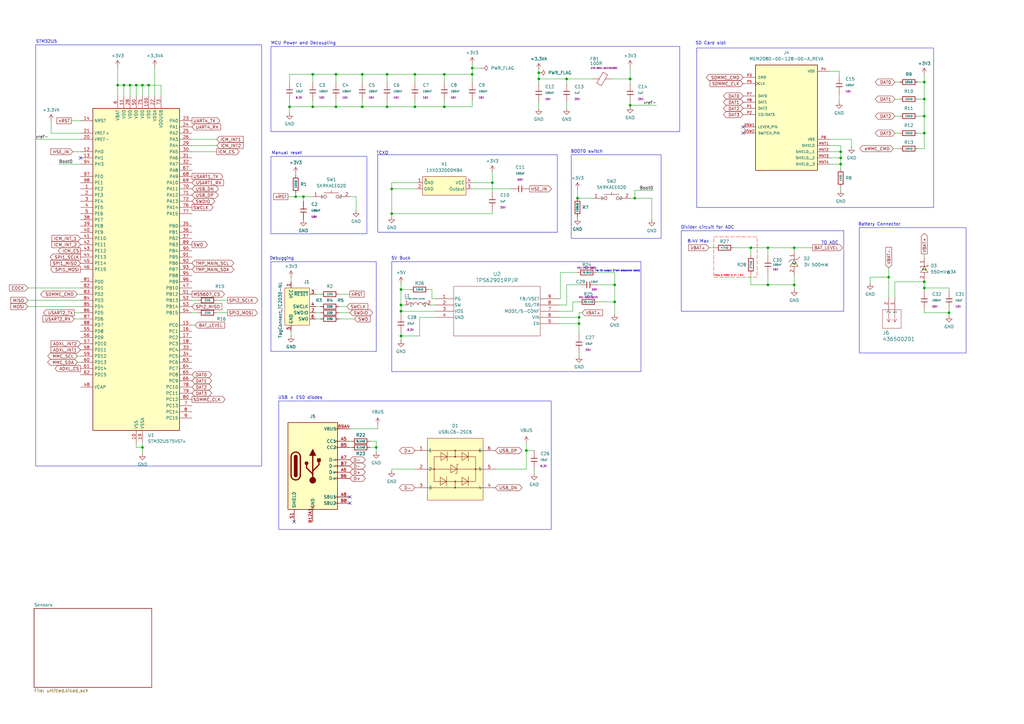
<source format=kicad_sch>
(kicad_sch (version 20250114) (generator "eeschema") (generator_version "9.0")
  (paper "A3")
  (lib_symbols
    (symbol "Connector:Conn_01x20_Pin" (pin_names (offset 1.016) (hide yes))
      (property "Reference" "J" (at 0 25.4 0))
      (property "Value" "Conn_01x20_Pin" (at 0 -27.94 0))
      (symbol "Conn_01x20_Pin_1_1"
        (pin passive line (at 5.08 22.86 180) (length 3.81) (name "Pin_1") (number "1"))
        (pin passive line (at 5.08 20.32 180) (length 3.81) (name "Pin_2") (number "2"))
        (pin passive line (at 5.08 17.78 180) (length 3.81) (name "Pin_3") (number "3"))
        (pin passive line (at 5.08 15.24 180) (length 3.81) (name "Pin_4") (number "4"))
        (pin passive line (at 5.08 12.7 180) (length 3.81) (name "Pin_5") (number "5"))
        (pin passive line (at 5.08 10.16 180) (length 3.81) (name "Pin_6") (number "6"))
        (pin passive line (at 5.08 7.62 180) (length 3.81) (name "Pin_7") (number "7"))
        (pin passive line (at 5.08 5.08 180) (length 3.81) (name "Pin_8") (number "8"))
        (pin passive line (at 5.08 2.54 180) (length 3.81) (name "Pin_9") (number "9"))
        (pin passive line (at 5.08 0 180) (length 3.81) (name "Pin_10") (number "10"))
        (pin passive line (at 5.08 -2.54 180) (length 3.81) (name "Pin_11") (number "11"))
        (pin passive line (at 5.08 -5.08 180) (length 3.81) (name "Pin_12") (number "12"))
        (pin passive line (at 5.08 -7.62 180) (length 3.81) (name "Pin_13") (number "13"))
        (pin passive line (at 5.08 -10.16 180) (length 3.81) (name "Pin_14") (number "14"))
        (pin passive line (at 5.08 -12.7 180) (length 3.81) (name "Pin_15") (number "15"))
        (pin passive line (at 5.08 -15.24 180) (length 3.81) (name "Pin_16") (number "16"))
        (pin passive line (at 5.08 -17.78 180) (length 3.81) (name "Pin_17") (number "17"))
        (pin passive line (at 5.08 -20.32 180) (length 3.81) (name "Pin_18") (number "18"))
        (pin passive line (at 5.08 -22.86 180) (length 3.81) (name "Pin_19") (number "19"))
        (pin passive line (at 5.08 -25.4 180) (length 3.81) (name "Pin_20") (number "20"))
      )
    )
    (symbol "Connector:Conn_ARM_SWD_TagConnect_TC2030-NL" (in_bom no)
      (property "Reference" "J" (at 2.54 11.43 0))
      (property "Value" "Conn_ARM_SWD_TagConnect_TC2030-NL" (at 2.54 8.89 0))
      (symbol "Conn_ARM_SWD_TagConnect_TC2030-NL_0_0"
        (pin power_in line (at -2.54 10.16 270) (length 2.54) (name "VCC") (number "1"))
        (pin power_in line (at -2.54 -10.16 90) (length 2.54) (name "GND") (number "5"))
        (pin open_collector line (at 7.62 5.08 180) (length 2.54) (name "~{RESET}") (number "3"))
        (pin output line (at 7.62 0 180) (length 2.54) (name "SWCLK") (number "4"))
        (pin bidirectional line (at 7.62 -2.54 180) (length 2.54) (name "SWDIO") (number "2"))
        (pin input line (at 7.62 -5.08 180) (length 2.54) (name "SWO") (number "6"))
      )
    )
    (symbol "Device:FerriteBead" (pin_numbers (hide yes)) (pin_names (offset 0))
      (property "Reference" "FB" (at -3.81 0.635 90))
      (property "Value" "FerriteBead" (at 3.81 0 90))
      (symbol "FerriteBead_1_1"
        (pin passive line (at 0 3.81 270) (length 2.54) (name "~") (number "1"))
        (pin passive line (at 0 -3.81 90) (length 2.54) (name "~") (number "2"))
      )
    )
    (symbol "EasyEDA:1XXD32000MBA"
      (property "Reference" "X" (at 0 6.35 0))
      (property "Value" "1XXD32000MBA" (at 0 -6.35 0))
      (symbol "1XXD32000MBA_0_1"
        (pin unspecified line (at -11.43 1.27 0) (length 2.54) (name "GND") (number "1"))
        (pin unspecified line (at -11.43 -1.27 0) (length 2.54) (name "GND") (number "2"))
        (pin unspecified line (at 11.43 1.27 180) (length 2.54) (name "VCC") (number "4"))
        (pin unspecified line (at 11.43 -1.27 180) (length 2.54) (name "Output") (number "3"))
      )
    )
    (symbol "EasyEDA:MMSZ4683T1G"
      (property "Reference" "D" (at 0 10.16 0))
      (property "Value" "MMSZ4683T1G" (at 0 -10.16 0))
      (symbol "MMSZ4683T1G_0_1"
        (pin unspecified line (at 0 5.08 270) (length 3.81) (name "C") (number "1"))
        (pin unspecified line (at 0 -5.08 90) (length 3.81) (name "A") (number "2"))
      )
    )
    (symbol "EasyEDA:SKRKAEE020"
      (property "Reference" "SW" (at 0 5.08 0))
      (property "Value" "SKRKAEE020" (at 0 -5.08 0))
      (symbol "SKRKAEE020_0_1"
        (pin unspecified line (at -7.62 0 0) (length 2.54) (name "1") (number "1"))
        (pin unspecified line (at 7.62 0 180) (length 2.54) (name "2") (number "2"))
      )
    )
    (symbol "EasyEDA:SS34_C466502"
      (property "Reference" "D" (at 0 5.08 0))
      (property "Value" "SS34_C466502" (at 0 -5.08 0))
      (symbol "SS34_C466502_0_1"
        (pin unspecified line (at -5.08 0 0) (length 3.81) (name "1") (number "1"))
        (pin unspecified line (at 5.08 0 180) (length 3.81) (name "2") (number "2"))
      )
    )
    (symbol "EasyEDA:USBLC6-2SC6"
      (property "Reference" "D" (at 0 12.7 0))
      (property "Value" "USBLC6-2SC6" (at 0 -12.7 0))
      (symbol "USBLC6-2SC6_0_1"
        (pin input line (at -16.51 7.62 0) (length 5.08) (name "1") (number "1"))
        (pin input line (at -16.51 0 0) (length 5.08) (name "2") (number "2"))
        (pin input line (at -16.51 -7.62 0) (length 5.08) (name "3") (number "3"))
        (pin input line (at 16.51 7.62 180) (length 5.08) (name "6") (number "6"))
        (pin input line (at 16.51 0 180) (length 5.08) (name "5") (number "5"))
        (pin input line (at 16.51 -7.62 180) (length 5.08) (name "4") (number "4"))
      )
    )
    (symbol "EasyEDA:XFL4020-222MEC_C122469"
      (property "Reference" "U" (at 0 5.08 0))
      (property "Value" "XFL4020-222MEC_C122469" (at 0 -5.08 0))
      (symbol "XFL4020-222MEC_C122469_0_1"
        (pin unspecified line (at -5.08 0 0) (length 1.016) (name "1") (number "1"))
        (pin unspecified line (at 5.08 0 180) (length 1.016) (name "2") (number "2"))
      )
    )
    (symbol "MCU_ST_STM32G0:STM32G0B1CBTx"
      (property "Reference" "U" (at -25.4 46.99 0))
      (property "Value" "STM32G0B1CBTx" (at 5.08 46.99 0))
      (symbol "STM32G0B1CBTx_1_1"
        (pin input line (at -27.94 40.64 0) (length 2.54) (name "VREF+") (number "5"))
        (pin bidirectional line (at -27.94 35.56 0) (length 2.54) (name "PF0") (number "8"))
        (pin bidirectional line (at -27.94 33.02 0) (length 2.54) (name "PF1") (number "9"))
        (pin bidirectional line (at -27.94 30.48 0) (length 2.54) (name "PF2") (number "10"))
        (pin bidirectional line (at -27.94 25.4 0) (length 2.54) (name "PD0") (number "38"))
        (pin bidirectional line (at -27.94 22.86 0) (length 2.54) (name "PD1") (number "39"))
        (pin bidirectional line (at -27.94 20.32 0) (length 2.54) (name "PD2") (number "40"))
        (pin bidirectional line (at -27.94 17.78 0) (length 2.54) (name "PD3") (number "41"))
        (pin bidirectional line (at -27.94 12.7 0) (length 2.54) (name "PC6") (number "30"))
        (pin bidirectional line (at -27.94 10.16 0) (length 2.54) (name "PC7") (number "31"))
        (pin bidirectional line (at -27.94 7.62 0) (length 2.54) (name "PC13") (number "1"))
        (pin bidirectional line (at -27.94 5.08 0) (length 2.54) (name "PC14") (number "2"))
        (pin bidirectional line (at -27.94 2.54 0) (length 2.54) (name "PC15") (number "3"))
        (pin power_in line (at 0 48.26 270) (length 2.54) (name "VBAT") (number "4"))
        (pin power_in line (at 0 -48.26 90) (length 2.54) (name "VSS") (number "7"))
        (pin power_in line (at 2.54 48.26 270) (length 2.54) (name "VDD") (number "6"))
        (pin bidirectional line (at 27.94 40.64 180) (length 2.54) (name "PA0") (number "11"))
        (pin bidirectional line (at 27.94 38.1 180) (length 2.54) (name "PA1") (number "12"))
        (pin bidirectional line (at 27.94 35.56 180) (length 2.54) (name "PA2") (number "13"))
        (pin bidirectional line (at 27.94 33.02 180) (length 2.54) (name "PA3") (number "14"))
        (pin bidirectional line (at 27.94 30.48 180) (length 2.54) (name "PA4") (number "15"))
        (pin bidirectional line (at 27.94 27.94 180) (length 2.54) (name "PA5") (number "16"))
        (pin bidirectional line (at 27.94 25.4 180) (length 2.54) (name "PA6") (number "17"))
        (pin bidirectional line (at 27.94 22.86 180) (length 2.54) (name "PA7") (number "18"))
        (pin bidirectional line (at 27.94 20.32 180) (length 2.54) (name "PA8") (number "28"))
        (pin bidirectional line (at 27.94 17.78 180) (length 2.54) (name "PA9/PA11") (number "33"))
        (pin bidirectional line (at 27.94 15.24 180) (length 2.54) (name "PA9/UCPD1_DBCC1") (number "29"))
        (pin bidirectional line (at 27.94 12.7 180) (length 2.54) (name "PA10/PA12") (number "34"))
        (pin bidirectional line (at 27.94 10.16 180) (length 2.54) (name "PA10/UCPD1_DBCC2") (number "32"))
        (pin bidirectional line (at 27.94 7.62 180) (length 2.54) (name "PA13") (number "35"))
        (pin bidirectional line (at 27.94 5.08 180) (length 2.54) (name "PA14") (number "36"))
        (pin bidirectional line (at 27.94 2.54 180) (length 2.54) (name "PA15") (number "37"))
        (pin bidirectional line (at 27.94 -2.54 180) (length 2.54) (name "PB0") (number "19"))
        (pin bidirectional line (at 27.94 -5.08 180) (length 2.54) (name "PB1") (number "20"))
        (pin bidirectional line (at 27.94 -7.62 180) (length 2.54) (name "PB2") (number "21"))
        (pin bidirectional line (at 27.94 -10.16 180) (length 2.54) (name "PB3") (number "42"))
        (pin bidirectional line (at 27.94 -12.7 180) (length 2.54) (name "PB4") (number "43"))
        (pin bidirectional line (at 27.94 -15.24 180) (length 2.54) (name "PB5") (number "44"))
        (pin bidirectional line (at 27.94 -17.78 180) (length 2.54) (name "PB6") (number "45"))
        (pin bidirectional line (at 27.94 -20.32 180) (length 2.54) (name "PB7") (number "46"))
        (pin bidirectional line (at 27.94 -22.86 180) (length 2.54) (name "PB8") (number "47"))
        (pin bidirectional line (at 27.94 -25.4 180) (length 2.54) (name "PB9") (number "48"))
        (pin bidirectional line (at 27.94 -27.94 180) (length 2.54) (name "PB10") (number "22"))
        (pin bidirectional line (at 27.94 -30.48 180) (length 2.54) (name "PB11") (number "23"))
        (pin bidirectional line (at 27.94 -33.02 180) (length 2.54) (name "PB12") (number "24"))
        (pin bidirectional line (at 27.94 -35.56 180) (length 2.54) (name "PB13") (number "25"))
        (pin bidirectional line (at 27.94 -38.1 180) (length 2.54) (name "PB14") (number "26"))
        (pin bidirectional line (at 27.94 -40.64 180) (length 2.54) (name "PB15") (number "27"))
      )
    )
    (symbol "MCU_ST_STM32U5:STM32U575VGTx"
      (property "Reference" "U" (at -17.78 67.31 0))
      (property "Value" "STM32U575VGTx" (at 12.7 67.31 0))
      (symbol "STM32U575VGTx_1_1"
        (pin input line (at -22.86 60.96 0) (length 5.08) (name "NRST") (number "14"))
        (pin input line (at -22.86 55.88 0) (length 5.08) (name "VREF+") (number "21"))
        (pin input line (at -22.86 53.34 0) (length 5.08) (name "VREF-") (number "20"))
        (pin bidirectional line (at -22.86 48.26 0) (length 5.08) (name "PH0") (number "12"))
        (pin bidirectional line (at -22.86 45.72 0) (length 5.08) (name "PH1") (number "13"))
        (pin bidirectional line (at -22.86 43.18 0) (length 5.08) (name "PH3") (number "94"))
        (pin bidirectional line (at -22.86 38.1 0) (length 5.08) (name "PE0") (number "97"))
        (pin bidirectional line (at -22.86 35.56 0) (length 5.08) (name "PE1") (number "98"))
        (pin bidirectional line (at -22.86 33.02 0) (length 5.08) (name "PE2") (number "1"))
        (pin bidirectional line (at -22.86 30.48 0) (length 5.08) (name "PE3") (number "2"))
        (pin bidirectional line (at -22.86 27.94 0) (length 5.08) (name "PE4") (number "3"))
        (pin bidirectional line (at -22.86 25.4 0) (length 5.08) (name "PE5") (number "4"))
        (pin bidirectional line (at -22.86 22.86 0) (length 5.08) (name "PE6") (number "5"))
        (pin bidirectional line (at -22.86 20.32 0) (length 5.08) (name "PE7") (number "38"))
        (pin bidirectional line (at -22.86 17.78 0) (length 5.08) (name "PE8") (number "39"))
        (pin bidirectional line (at -22.86 15.24 0) (length 5.08) (name "PE9") (number "40"))
        (pin bidirectional line (at -22.86 12.7 0) (length 5.08) (name "PE10") (number "41"))
        (pin bidirectional line (at -22.86 10.16 0) (length 5.08) (name "PE11") (number "42"))
        (pin bidirectional line (at -22.86 7.62 0) (length 5.08) (name "PE12") (number "43"))
        (pin bidirectional line (at -22.86 5.08 0) (length 5.08) (name "PE13") (number "44"))
        (pin bidirectional line (at -22.86 2.54 0) (length 5.08) (name "PE14") (number "45"))
        (pin bidirectional line (at -22.86 0 0) (length 5.08) (name "PE15") (number "46"))
        (pin bidirectional line (at -22.86 -5.08 0) (length 5.08) (name "PD0") (number "81"))
        (pin bidirectional line (at -22.86 -7.62 0) (length 5.08) (name "PD1") (number "82"))
        (pin bidirectional line (at -22.86 -10.16 0) (length 5.08) (name "PD2") (number "83"))
        (pin bidirectional line (at -22.86 -12.7 0) (length 5.08) (name "PD3") (number "84"))
        (pin bidirectional line (at -22.86 -15.24 0) (length 5.08) (name "PD4") (number "85"))
        (pin bidirectional line (at -22.86 -17.78 0) (length 5.08) (name "PD5") (number "86"))
        (pin bidirectional line (at -22.86 -20.32 0) (length 5.08) (name "PD6") (number "87"))
        (pin bidirectional line (at -22.86 -22.86 0) (length 5.08) (name "PD7") (number "88"))
        (pin bidirectional line (at -22.86 -25.4 0) (length 5.08) (name "PD8") (number "55"))
        (pin bidirectional line (at -22.86 -27.94 0) (length 5.08) (name "PD9") (number "56"))
        (pin bidirectional line (at -22.86 -30.48 0) (length 5.08) (name "PD10") (number "57"))
        (pin bidirectional line (at -22.86 -33.02 0) (length 5.08) (name "PD11") (number "58"))
        (pin bidirectional line (at -22.86 -35.56 0) (length 5.08) (name "PD12") (number "59"))
        (pin bidirectional line (at -22.86 -38.1 0) (length 5.08) (name "PD13") (number "60"))
        (pin bidirectional line (at -22.86 -40.64 0) (length 5.08) (name "PD14") (number "61"))
        (pin bidirectional line (at -22.86 -43.18 0) (length 5.08) (name "PD15") (number "62"))
        (pin power_out line (at -22.86 -48.26 0) (length 5.08) (name "VCAP") (number "48"))
        (pin power_in line (at -7.62 71.12 270) (length 5.08) (name "VBAT") (number "6"))
        (pin power_in line (at -5.08 71.12 270) (length 5.08) (name "VDD") (number "11"))
        (pin power_in line (at -2.54 71.12 270) (length 5.08) (name "VDD") (number "28"))
        (pin power_in line (at 0 71.12 270) (length 5.08) (name "VDD") (number "50"))
        (pin power_in line (at 0 -71.12 90) (length 5.08) (name "VSS") (number "10"))
        (pin passive line (at 0 -71.12 90) (length 5.08) (hide yes) (name "VSS") (number "27"))
        (pin passive line (at 0 -71.12 90) (length 5.08) (hide yes) (name "VSS") (number "49"))
        (pin passive line (at 0 -71.12 90) (length 5.08) (hide yes) (name "VSS") (number "74"))
        (pin passive line (at 0 -71.12 90) (length 5.08) (hide yes) (name "VSS") (number "99"))
        (pin power_in line (at 2.54 71.12 270) (length 5.08) (name "VDD") (number "75"))
        (pin power_in line (at 2.54 -71.12 90) (length 5.08) (name "VSSA") (number "19"))
        (pin power_in line (at 5.08 71.12 270) (length 5.08) (name "VDD") (number "100"))
        (pin power_in line (at 7.62 71.12 270) (length 5.08) (name "VDDA") (number "22"))
        (pin power_in line (at 10.16 71.12 270) (length 5.08) (name "VDDUSB") (number "73"))
        (pin bidirectional line (at 22.86 60.96 180) (length 5.08) (name "PA0") (number "23"))
        (pin bidirectional line (at 22.86 58.42 180) (length 5.08) (name "PA1") (number "24"))
        (pin bidirectional line (at 22.86 55.88 180) (length 5.08) (name "PA2") (number "25"))
        (pin bidirectional line (at 22.86 53.34 180) (length 5.08) (name "PA3") (number "26"))
        (pin bidirectional line (at 22.86 50.8 180) (length 5.08) (name "PA4") (number "29"))
        (pin bidirectional line (at 22.86 48.26 180) (length 5.08) (name "PA5") (number "30"))
        (pin bidirectional line (at 22.86 45.72 180) (length 5.08) (name "PA6") (number "31"))
        (pin bidirectional line (at 22.86 43.18 180) (length 5.08) (name "PA7") (number "32"))
        (pin bidirectional line (at 22.86 40.64 180) (length 5.08) (name "PA8") (number "67"))
        (pin bidirectional line (at 22.86 38.1 180) (length 5.08) (name "PA9") (number "68"))
        (pin bidirectional line (at 22.86 35.56 180) (length 5.08) (name "PA10") (number "69"))
        (pin bidirectional line (at 22.86 33.02 180) (length 5.08) (name "PA11") (number "70"))
        (pin bidirectional line (at 22.86 30.48 180) (length 5.08) (name "PA12") (number "71"))
        (pin bidirectional line (at 22.86 27.94 180) (length 5.08) (name "PA13") (number "72"))
        (pin bidirectional line (at 22.86 25.4 180) (length 5.08) (name "PA14") (number "76"))
        (pin bidirectional line (at 22.86 22.86 180) (length 5.08) (name "PA15") (number "77"))
        (pin bidirectional line (at 22.86 17.78 180) (length 5.08) (name "PB0") (number "35"))
        (pin bidirectional line (at 22.86 15.24 180) (length 5.08) (name "PB1") (number "36"))
        (pin bidirectional line (at 22.86 12.7 180) (length 5.08) (name "PB2") (number "37"))
        (pin bidirectional line (at 22.86 10.16 180) (length 5.08) (name "PB3") (number "89"))
        (pin bidirectional line (at 22.86 7.62 180) (length 5.08) (name "PB4") (number "90"))
        (pin bidirectional line (at 22.86 5.08 180) (length 5.08) (name "PB5") (number "91"))
        (pin bidirectional line (at 22.86 2.54 180) (length 5.08) (name "PB6") (number "92"))
        (pin bidirectional line (at 22.86 0 180) (length 5.08) (name "PB7") (number "93"))
        (pin bidirectional line (at 22.86 -2.54 180) (length 5.08) (name "PB8") (number "95"))
        (pin bidirectional line (at 22.86 -5.08 180) (length 5.08) (name "PB9") (number "96"))
        (pin bidirectional line (at 22.86 -7.62 180) (length 5.08) (name "PB10") (number "47"))
        (pin bidirectional line (at 22.86 -10.16 180) (length 5.08) (name "PB12") (number "51"))
        (pin bidirectional line (at 22.86 -12.7 180) (length 5.08) (name "PB13") (number "52"))
        (pin bidirectional line (at 22.86 -15.24 180) (length 5.08) (name "PB14") (number "53"))
        (pin bidirectional line (at 22.86 -17.78 180) (length 5.08) (name "PB15") (number "54"))
        (pin bidirectional line (at 22.86 -22.86 180) (length 5.08) (name "PC0") (number "15"))
        (pin bidirectional line (at 22.86 -25.4 180) (length 5.08) (name "PC1") (number "16"))
        (pin bidirectional line (at 22.86 -27.94 180) (length 5.08) (name "PC2") (number "17"))
        (pin bidirectional line (at 22.86 -30.48 180) (length 5.08) (name "PC3") (number "18"))
        (pin bidirectional line (at 22.86 -33.02 180) (length 5.08) (name "PC4") (number "33"))
        (pin bidirectional line (at 22.86 -35.56 180) (length 5.08) (name "PC5") (number "34"))
        (pin bidirectional line (at 22.86 -38.1 180) (length 5.08) (name "PC6") (number "63"))
        (pin bidirectional line (at 22.86 -40.64 180) (length 5.08) (name "PC7") (number "64"))
        (pin bidirectional line (at 22.86 -43.18 180) (length 5.08) (name "PC8") (number "65"))
        (pin bidirectional line (at 22.86 -45.72 180) (length 5.08) (name "PC9") (number "66"))
        (pin bidirectional line (at 22.86 -48.26 180) (length 5.08) (name "PC10") (number "78"))
        (pin bidirectional line (at 22.86 -50.8 180) (length 5.08) (name "PC11") (number "79"))
        (pin bidirectional line (at 22.86 -53.34 180) (length 5.08) (name "PC12") (number "80"))
        (pin bidirectional line (at 22.86 -55.88 180) (length 5.08) (name "PC13") (number "7"))
        (pin bidirectional line (at 22.86 -58.42 180) (length 5.08) (name "PC14") (number "8"))
        (pin bidirectional line (at 22.86 -60.96 180) (length 5.08) (name "PC15") (number "9"))
      )
    )
    (symbol "MEM2080-00-128-00-A_REVA:MEM2080-00-128-00-A_REVA" (pin_names (offset 1.016))
      (property "Reference" "J" (at -12.7 18.542 0))
      (property "Value" "MEM2080-00-128-00-A_REVA" (at -12.7 -30.48 0))
      (symbol "MEM2080-00-128-00-A_REVA_0_0"
        (pin input line (at -17.78 12.7 0) (length 5.08) (name "CMD") (number "P3"))
        (pin input clock (at -17.78 10.16 0) (length 5.08) (name "CLK") (number "P5"))
        (pin bidirectional line (at -17.78 5.08 0) (length 5.08) (name "DAT0") (number "P7"))
        (pin bidirectional line (at -17.78 2.54 0) (length 5.08) (name "DAT1") (number "P8"))
        (pin bidirectional line (at -17.78 0 0) (length 5.08) (name "DAT2") (number "P1"))
        (pin bidirectional line (at -17.78 -2.54 0) (length 5.08) (name "CD/DAT3") (number "P2"))
        (pin passive line (at -17.78 -7.62 0) (length 5.08) (name "LEVER_PIN") (number "DSW1"))
        (pin passive line (at -17.78 -10.16 0) (length 5.08) (name "SWITCH_PIN") (number "DSW2"))
        (pin power_in line (at 17.78 15.24 180) (length 5.08) (name "VDD") (number "P4"))
        (pin power_in line (at 17.78 -12.7 180) (length 5.08) (name "VSS") (number "P6"))
      )
      (symbol "MEM2080-00-128-00-A_REVA_1_0"
        (pin passive line (at 17.78 -15.24 180) (length 5.08) (name "SHIELD") (number "MNT1"))
        (pin passive line (at 17.78 -17.78 180) (length 5.08) (name "SHIELD__1") (number "MNT2"))
        (pin passive line (at 17.78 -20.32 180) (length 5.08) (name "SHIELD__2") (number "MNT3"))
        (pin passive line (at 17.78 -22.86 180) (length 5.08) (name "SHIELD__3") (number "MNT4"))
      )
    )
    (symbol "PCM_JLCPCB-Capacitors:0402,100nF" (pin_numbers (hide yes)) (pin_names (offset 0))
      (property "Reference" "C" (at 2.032 1.668 0))
      (property "Value" "100nF" (at 2.032 -0.3782 0))
      (property "Voltage Rated" "16V" (at 2.032 -2.0462 0))
      (symbol "0402,100nF_1_1"
        (pin passive line (at 0 3.81 270) (length 3.175) (name "~") (number "1"))
        (pin passive line (at 0 -3.81 90) (length 3.175) (name "~") (number "2"))
      )
    )
    (symbol "PCM_JLCPCB-Capacitors:0402,100pF" (pin_numbers (hide yes)) (pin_names (offset 0))
      (property "Reference" "C" (at 2.032 1.668 0))
      (property "Value" "100pF" (at 2.032 -0.3782 0))
      (property "Voltage Rated" "50V" (at 2.032 -2.0462 0))
      (symbol "0402,100pF_1_1"
        (pin passive line (at 0 3.81 270) (length 3.175) (name "~") (number "1"))
        (pin passive line (at 0 -3.81 90) (length 3.175) (name "~") (number "2"))
      )
    )
    (symbol "PCM_JLCPCB-Capacitors:0402,10nF" (pin_numbers (hide yes)) (pin_names (offset 0))
      (property "Reference" "C" (at 2.032 1.668 0))
      (property "Value" "10nF" (at 2.032 -0.3782 0))
      (property "Voltage Rated" "50V" (at 2.032 -2.0462 0))
      (symbol "0402,10nF_1_1"
        (pin passive line (at 0 3.81 270) (length 3.175) (name "~") (number "1"))
        (pin passive line (at 0 -3.81 90) (length 3.175) (name "~") (number "2"))
      )
    )
    (symbol "PCM_JLCPCB-Capacitors:0402,10uF" (pin_numbers (hide yes)) (pin_names (offset 0))
      (property "Reference" "C" (at 2.032 1.668 0))
      (property "Value" "10uF" (at 2.032 -0.3782 0))
      (property "Voltage Rated" "6.3V" (at 2.032 -2.0462 0))
      (symbol "0402,10uF_1_1"
        (pin passive line (at 0 3.81 270) (length 3.175) (name "~") (number "1"))
        (pin passive line (at 0 -3.81 90) (length 3.175) (name "~") (number "2"))
      )
    )
    (symbol "PCM_JLCPCB-Capacitors:0402,1uF" (pin_numbers (hide yes)) (pin_names (offset 0))
      (property "Reference" "C" (at 2.032 1.668 0))
      (property "Value" "1uF" (at 2.032 -0.3782 0))
      (property "Voltage Rated" "25V" (at 2.032 -2.0462 0))
      (symbol "0402,1uF_1_1"
        (pin passive line (at 0 3.81 270) (length 3.175) (name "~") (number "1"))
        (pin passive line (at 0 -3.81 90) (length 3.175) (name "~") (number "2"))
      )
    )
    (symbol "PCM_JLCPCB-Capacitors:0603,100nF" (pin_numbers (hide yes)) (pin_names (offset 0))
      (property "Reference" "C" (at 2.032 1.668 0))
      (property "Value" "100nF" (at 2.032 -0.3782 0))
      (property "Voltage Rated" "50V" (at 2.032 -2.0462 0))
      (symbol "0603,100nF_1_1"
        (pin passive line (at 0 3.81 270) (length 3.175) (name "~") (number "1"))
        (pin passive line (at 0 -3.81 90) (length 3.175) (name "~") (number "2"))
      )
    )
    (symbol "PCM_JLCPCB-Capacitors:0603,10uF" (pin_numbers (hide yes)) (pin_names (offset 0))
      (property "Reference" "C" (at 2.032 1.668 0))
      (property "Value" "10uF" (at 2.032 -0.3782 0))
      (property "Voltage Rated" "10V" (at 2.032 -2.0462 0))
      (symbol "0603,10uF_1_1"
        (pin passive line (at 0 3.81 270) (length 3.175) (name "~") (number "1"))
        (pin passive line (at 0 -3.81 90) (length 3.175) (name "~") (number "2"))
      )
    )
    (symbol "PCM_JLCPCB-Capacitors:0603,10uF,(2)" (pin_numbers (hide yes)) (pin_names (offset 0))
      (property "Reference" "C" (at 2.032 1.668 0))
      (property "Value" "10uF" (at 2.032 -0.3782 0))
      (property "Voltage Rated" "25V" (at 2.032 -2.0462 0))
      (symbol "0603,10uF,(2)_1_1"
        (pin passive line (at 0 3.81 270) (length 3.175) (name "~") (number "1"))
        (pin passive line (at 0 -3.81 90) (length 3.175) (name "~") (number "2"))
      )
    )
    (symbol "PCM_JLCPCB-Capacitors:0603,22uF" (pin_numbers (hide yes)) (pin_names (offset 0))
      (property "Reference" "C" (at 2.032 1.668 0))
      (property "Value" "22uF" (at 2.032 -0.3782 0))
      (property "Voltage Rated" "6.3V" (at 2.032 -2.0462 0))
      (symbol "0603,22uF_1_1"
        (pin passive line (at 0 3.81 270) (length 3.175) (name "~") (number "1"))
        (pin passive line (at 0 -3.81 90) (length 3.175) (name "~") (number "2"))
      )
    )
    (symbol "PCM_JLCPCB-Extended:Connector, USB-TYPE-C-16P"
      (property "Reference" "J" (at 2.54 2.54 0))
      (symbol "Connector, USB-TYPE-C-16P_1_1"
        (pin passive line (at -7.62 -22.86 90) (length 5.08) (name "SHIELD") (number "S1"))
        (pin passive line (at 0 -22.86 90) (length 5.08) (hide yes) (name "GND") (number "A12B1"))
        (pin passive line (at 0 -22.86 90) (length 5.08) (name "GND") (number "B12A1"))
        (pin passive line (at 15.24 15.24 180) (length 5.08) (hide yes) (name "VBUS") (number "A9B4"))
        (pin passive line (at 15.24 15.24 180) (length 5.08) (name "VBUS") (number "B9A4"))
        (pin bidirectional line (at 15.24 10.16 180) (length 5.08) (name "CC1") (number "A5"))
        (pin bidirectional line (at 15.24 7.62 180) (length 5.08) (name "CC2") (number "B5"))
        (pin bidirectional line (at 15.24 2.54 180) (length 5.08) (name "D-") (number "A7"))
        (pin bidirectional line (at 15.24 0 180) (length 5.08) (name "D-") (number "B7"))
        (pin bidirectional line (at 15.24 -2.54 180) (length 5.08) (name "D+") (number "A6"))
        (pin bidirectional line (at 15.24 -5.08 180) (length 5.08) (name "D+") (number "B6"))
        (pin bidirectional line (at 15.24 -12.7 180) (length 5.08) (name "SBU1") (number "A8"))
        (pin bidirectional line (at 15.24 -15.24 180) (length 5.08) (name "SBU2") (number "B8"))
      )
    )
    (symbol "PCM_JLCPCB-Resistors:0402,100kΩ" (pin_numbers (hide yes)) (pin_names (offset 0))
      (property "Reference" "R" (at 1.778 0 0))
      (property "Value" "100kΩ" (at 0 0 90))
      (symbol "0402,100kΩ_1_1"
        (pin passive line (at 0 3.81 270) (length 1.27) (name "~") (number "1"))
        (pin passive line (at 0 -3.81 90) (length 1.27) (name "~") (number "2"))
      )
    )
    (symbol "PCM_JLCPCB-Resistors:0402,10kΩ" (pin_numbers (hide yes)) (pin_names (offset 0))
      (property "Reference" "R" (at 1.778 0 0))
      (property "Value" "10kΩ" (at 0 0 90))
      (symbol "0402,10kΩ_1_1"
        (pin passive line (at 0 3.81 270) (length 1.27) (name "~") (number "1"))
        (pin passive line (at 0 -3.81 90) (length 1.27) (name "~") (number "2"))
      )
    )
    (symbol "PCM_JLCPCB-Resistors:0402,1MΩ" (pin_numbers (hide yes)) (pin_names (offset 0))
      (property "Reference" "R" (at 1.778 0 0))
      (property "Value" "1MΩ" (at 0 0 90))
      (symbol "0402,1MΩ_1_1"
        (pin passive line (at 0 3.81 270) (length 1.27) (name "~") (number "1"))
        (pin passive line (at 0 -3.81 90) (length 1.27) (name "~") (number "2"))
      )
    )
    (symbol "PCM_JLCPCB-Resistors:0402,22Ω" (pin_numbers (hide yes)) (pin_names (offset 0))
      (property "Reference" "R" (at 1.778 0 0))
      (property "Value" "22Ω" (at 0 0 90))
      (symbol "0402,22Ω_1_1"
        (pin passive line (at 0 3.81 270) (length 1.27) (name "~") (number "1"))
        (pin passive line (at 0 -3.81 90) (length 1.27) (name "~") (number "2"))
      )
    )
    (symbol "PCM_JLCPCB-Resistors:0402,27kΩ" (pin_numbers (hide yes)) (pin_names (offset 0))
      (property "Reference" "R" (at 1.778 0 0))
      (property "Value" "27kΩ" (at 0 0 90))
      (symbol "0402,27kΩ_1_1"
        (pin passive line (at 0 3.81 270) (length 1.27) (name "~") (number "1"))
        (pin passive line (at 0 -3.81 90) (length 1.27) (name "~") (number "2"))
      )
    )
    (symbol "PCM_JLCPCB-Resistors:0402,47kΩ" (pin_numbers (hide yes)) (pin_names (offset 0))
      (property "Reference" "R" (at 1.778 0 0))
      (property "Value" "47kΩ" (at 0 0 90))
      (symbol "0402,47kΩ_1_1"
        (pin passive line (at 0 3.81 270) (length 1.27) (name "~") (number "1"))
        (pin passive line (at 0 -3.81 90) (length 1.27) (name "~") (number "2"))
      )
    )
    (symbol "PCM_JLCPCB-Resistors:0402,5.1kΩ" (pin_numbers (hide yes)) (pin_names (offset 0))
      (property "Reference" "R" (at 1.778 0 0))
      (property "Value" "5.1kΩ" (at 0 0 90))
      (symbol "0402,5.1kΩ_1_1"
        (pin passive line (at 0 3.81 270) (length 1.27) (name "~") (number "1"))
        (pin passive line (at 0 -3.81 90) (length 1.27) (name "~") (number "2"))
      )
    )
    (symbol "PCM_JLCPCB-Resistors:0603,1.1kΩ" (pin_numbers (hide yes)) (pin_names (offset 0))
      (property "Reference" "R" (at 1.778 0 0))
      (property "Value" "1.1kΩ" (at 0 0 90))
      (symbol "0603,1.1kΩ_1_1"
        (pin passive line (at 0 3.81 270) (length 1.27) (name "~") (number "1"))
        (pin passive line (at 0 -3.81 90) (length 1.27) (name "~") (number "2"))
      )
    )
    (symbol "PCM_JLCPCB-Resistors:0603,10kΩ" (pin_numbers (hide yes)) (pin_names (offset 0))
      (property "Reference" "R" (at 1.778 0 0))
      (property "Value" "10kΩ" (at 0 0 90))
      (symbol "0603,10kΩ_1_1"
        (pin passive line (at 0 3.81 270) (length 1.27) (name "~") (number "1"))
        (pin passive line (at 0 -3.81 90) (length 1.27) (name "~") (number "2"))
      )
    )
    (symbol "TPS62901RPJR:TPS62901RPJR" (pin_names (offset 0.254))
      (property "Reference" "U" (at 25.4 10.16 0))
      (property "Value" "TPS62901RPJR" (at 25.4 7.62 0))
      (symbol "TPS62901RPJR_0_1"
        (pin unspecified line (at 0 0 0) (length 7.62) (name "PG") (number "1"))
        (pin unspecified line (at 0 -2.54 0) (length 7.62) (name "SW") (number "2"))
        (pin unspecified line (at 0 -5.08 0) (length 7.62) (name "VOS") (number "3"))
        (pin power_out line (at 0 -7.62 0) (length 7.62) (name "GND") (number "4"))
        (pin unspecified line (at 50.8 0 180) (length 7.62) (name "FB/VSET") (number "9"))
        (pin unspecified line (at 50.8 -2.54 180) (length 7.62) (name "SS/TR") (number "8"))
        (pin unspecified line (at 50.8 -5.08 180) (length 7.62) (name "MODE/S-CONF") (number "7"))
        (pin unspecified line (at 50.8 -7.62 180) (length 7.62) (name "VIN") (number "6"))
        (pin unspecified line (at 50.8 -10.16 180) (length 7.62) (name "EN") (number "5"))
      )
    )
    (symbol "molex1x03:436500201" (pin_names (offset 0.254))
      (property "Reference" "J" (at 8.89 6.35 0))
      (property "Value" "436500201" (at 0 0 0))
      (symbol "436500201_1_1"
        (pin unspecified line (at 0 0 0) (length 5.08) (name "1") (number "1"))
        (pin unspecified line (at 0 -2.54 0) (length 5.08) (name "2") (number "2"))
      )
      (symbol "436500201_1_2"
        (pin unspecified line (at 0 0 0) (length 5.08) (name "1") (number "1"))
        (pin unspecified line (at 0 -2.54 0) (length 5.08) (name "2") (number "2"))
      )
    )
    (symbol "power:+3.3VA" (power) (pin_numbers (hide yes)) (pin_names (offset 0) (hide yes))
      (property "Value" "+3.3VA" (at 0 3.556 0))
      (symbol "+3.3VA_1_1"
        (pin power_in line (at 0 0 90) (length 0) (name "~") (number "1"))
      )
    )
    (symbol "power:+3V3" (power) (pin_numbers (hide yes)) (pin_names (offset 0) (hide yes))
      (property "Value" "+3V3" (at 0 3.556 0))
      (symbol "+3V3_1_1"
        (pin power_in line (at 0 0 90) (length 0) (name "~") (number "1"))
      )
    )
    (symbol "power:+5V" (power) (pin_numbers (hide yes)) (pin_names (offset 0) (hide yes))
      (property "Value" "+5V" (at 0 3.556 0))
      (symbol "+5V_1_1"
        (pin power_in line (at 0 0 90) (length 0) (name "~") (number "1"))
      )
    )
    (symbol "power:GND" (power) (pin_numbers (hide yes)) (pin_names (offset 0) (hide yes))
      (property "Value" "GND" (at 0 -3.81 0))
      (symbol "GND_1_1"
        (pin power_in line (at 0 0 270) (length 0) (name "~") (number "1"))
      )
    )
    (symbol "power:PWR_FLAG" (power) (pin_numbers (hide yes)) (pin_names (offset 0) (hide yes))
      (property "Value" "PWR_FLAG" (at 0 3.81 0))
      (symbol "PWR_FLAG_0_0"
        (pin power_out line (at 0 0 90) (length 0) (name "~") (number "1"))
      )
    )
    (symbol "power:VBUS" (power) (pin_numbers (hide yes)) (pin_names (offset 0) (hide yes))
      (property "Value" "VBUS" (at 0 3.556 0))
      (symbol "VBUS_1_1"
        (pin power_in line (at 0 0 90) (length 0) (name "~") (number "1"))
      )
    )
  )
  (rectangle (start 292.735 97.155) (end 310.515 113.665) (stroke (width 0) (type dash) (color 255 26 0 1)))
  (rectangle (start 279.4 94.615) (end 346.075 127.635))
  (rectangle (start 114.3 164.465) (end 226.06 217.17))
  (rectangle (start 14.605 18.415) (end 107.315 191.135))
  (rectangle (start 234.315 63.5) (end 271.145 97.79))
  (rectangle (start 285.75 19.685) (end 382.905 85.09))
  (rectangle (start 154.94 63.5) (end 228.6 95.25))
  (rectangle (start 111.125 19.05) (end 278.765 53.975))
  (rectangle (start 352.425 93.345) (end 396.24 144.78))
  (rectangle (start 111.125 64.135) (end 150.495 95.885))
  (rectangle (start 111.125 107.315) (end 154.305 144.145))
  (rectangle (start 160.655 107.315) (end 262.89 152.4))
  (text "Divider circuit for ADC" (at 290.195 93.345 0) (effects (font (size 1.27 1.27))))
  (text "Debugging" (at 115.57 106.045 0) (effects (font (size 1.27 1.27))))
  (text "SD Card slot" (at 291.465 17.78 0) (effects (font (size 1.27 1.27))))
  (text "Manual reset " (at 118.11 62.865 0) (effects (font (size 1.27 1.27))))
  (text "Battery Connector" (at 360.68 92.075 0) (effects (font (size 1.27 1.27))))
  (text "STM32U5" (at 19.05 17.145 0) (effects (font (size 1.27 1.27))))
  (text "5V Buck" (at 164.465 106.045 0) (effects (font (size 1.27 1.27))))
  (text "TCXO" (at 156.845 62.865 0) (effects (font (size 1.27 1.27))))
  (text "TO ADC" (at 340.36 99.695 0) (effects (font (size 1.27 1.27))))
  (text "8.4V Max" (at 286.385 99.06 0) (effects (font (size 1.27 1.27))))
  (text "USB + ESD diodes" (at 123.19 163.195 0) (effects (font (size 1.27 1.27))))
  (text "For 5V output (From datasheet table)" (at 253.365 111.125 0) (effects (font (size 0.635 0.635))))
  (text "Drops to 3.065V at Vin = 8.4V" (at 299.085 113.03 0) (effects (font (size 0.508 0.508))))
  (text "MCU Power and Decoupling" (at 124.46 17.78 0) (effects (font (size 1.27 1.27))))
  (text "BOOT0 switch" (at 240.665 62.23 0) (effects (font (size 1.27 1.27))))
  (junction (at 160.655 77.47))
  (junction (at 164.465 137.795))
  (junction (at 164.465 127.635))
  (junction (at 344.805 64.77))
  (junction (at 379.095 40.64))
  (junction (at 237.49 132.715))
  (junction (at 379.095 33.655))
  (junction (at 344.805 62.23))
  (junction (at 48.26 34.925))
  (junction (at 164.465 118.745))
  (junction (at 182.245 43.815))
  (junction (at 252.095 116.84))
  (junction (at 158.75 30.48))
  (junction (at 314.96 116.84))
  (junction (at 160.655 87.63))
  (junction (at 325.755 101.6))
  (junction (at 307.975 101.6))
  (junction (at 258.445 43.18))
  (junction (at 128.27 30.48))
  (junction (at 154.305 183.515))
  (junction (at 258.445 32.385))
  (junction (at 220.98 29.845))
  (junction (at 148.59 43.815))
  (junction (at 215.9 184.785))
  (junction (at 182.245 30.48))
  (junction (at 170.18 43.815))
  (junction (at 193.675 27.94))
  (junction (at 164.465 125.095))
  (junction (at 325.755 116.84))
  (junction (at 50.8 34.925))
  (junction (at 58.42 183.515))
  (junction (at 137.795 43.815))
  (junction (at 379.095 118.11))
  (junction (at 260.35 81.28))
  (junction (at 193.675 30.48))
  (junction (at 58.42 34.925))
  (junction (at 252.095 123.825))
  (junction (at 55.88 34.925))
  (junction (at 137.795 30.48))
  (junction (at 379.095 47.625))
  (junction (at 389.255 128.27))
  (junction (at 379.095 54.61))
  (junction (at 148.59 30.48))
  (junction (at 60.96 34.925))
  (junction (at 232.41 32.385))
  (junction (at 220.98 32.385))
  (junction (at 237.49 130.175))
  (junction (at 379.095 115.57))
  (junction (at 236.855 81.28))
  (junction (at 158.75 43.815))
  (junction (at 128.27 43.815))
  (junction (at 121.285 80.645))
  (junction (at 170.18 30.48))
  (junction (at 314.96 101.6))
  (junction (at 201.93 74.93))
  (junction (at 364.49 113.665))
  (junction (at 118.745 43.815))
  (junction (at 344.805 67.31))
  (junction (at 53.34 34.925))
  (junction (at 124.46 80.645))
  (no_connect (at 143.51 206.375))
  (no_connect (at 120.65 213.995))
  (no_connect (at 33.02 64.77))
  (no_connect (at 304.8 52.07))
  (no_connect (at 304.8 54.61))
  (no_connect (at 143.51 203.835))
  (wire (pts (xy 236.855 77.47) (xy 236.855 81.28)))
  (wire (pts (xy 197.485 27.94) (xy 193.675 27.94)))
  (wire (pts (xy 128.27 43.815) (xy 137.795 43.815)))
  (wire (pts (xy 236.855 88.9) (xy 236.855 89.535)))
  (wire (pts (xy 325.755 118.745) (xy 325.755 116.84)))
  (wire (pts (xy 314.96 104.775) (xy 314.96 101.6)))
  (wire (pts (xy 88.9 59.69) (xy 78.74 59.69)))
  (wire (pts (xy 143.51 175.895) (xy 154.94 175.895)))
  (wire (pts (xy 232.41 116.84) (xy 237.49 116.84)))
  (wire (pts (xy 60.96 39.37) (xy 60.96 34.925)))
  (wire (pts (xy 379.095 105.41) (xy 379.095 104.14)))
  (wire (pts (xy 139.065 125.73) (xy 142.24 125.73)))
  (wire (pts (xy 128.27 41.275) (xy 128.27 43.815)))
  (wire (pts (xy 269.24 43.18) (xy 258.445 43.18)))
  (wire (pts (xy 164.465 116.205) (xy 164.465 118.745)))
  (wire (pts (xy 154.305 183.515) (xy 154.305 185.42)))
  (wire (pts (xy 178.435 127.635) (xy 164.465 127.635)))
  (wire (pts (xy 325.755 116.84) (xy 325.755 113.03)))
  (wire (pts (xy 164.465 125.095) (xy 164.465 127.635)))
  (wire (pts (xy 160.655 87.63) (xy 160.655 77.47)))
  (wire (pts (xy 160.655 87.63) (xy 160.655 88.9)))
  (wire (pts (xy 229.87 111.76) (xy 236.855 111.76)))
  (wire (pts (xy 182.245 41.275) (xy 182.245 43.815)))
  (wire (pts (xy 124.46 80.645) (xy 124.46 82.55)))
  (wire (pts (xy 376.555 40.64) (xy 379.095 40.64)))
  (wire (pts (xy 148.59 41.275) (xy 148.59 43.815)))
  (wire (pts (xy 238.76 128.27) (xy 237.49 128.27)))
  (wire (pts (xy 364.49 113.665) (xy 364.49 121.92)))
  (wire (pts (xy 201.93 74.93) (xy 201.93 78.74)))
  (wire (pts (xy 139.065 128.27) (xy 143.51 128.27)))
  (wire (pts (xy 129.54 128.27) (xy 131.445 128.27)))
  (wire (pts (xy 307.975 112.395) (xy 307.975 116.84)))
  (wire (pts (xy 177.165 122.555) (xy 177.165 118.745)))
  (wire (pts (xy 229.87 111.76) (xy 229.87 122.555)))
  (wire (pts (xy 344.805 62.23) (xy 344.805 64.77)))
  (wire (pts (xy 66.04 34.925) (xy 60.96 34.925)))
  (wire (pts (xy 81.28 128.27) (xy 78.74 128.27)))
  (wire (pts (xy 81.28 123.19) (xy 78.74 123.19)))
  (wire (pts (xy 201.93 86.36) (xy 201.93 87.63)))
  (wire (pts (xy 325.755 102.87) (xy 325.755 101.6)))
  (wire (pts (xy 237.49 130.175) (xy 237.49 132.715)))
  (wire (pts (xy 232.41 116.84) (xy 232.41 125.095)))
  (wire (pts (xy 229.235 127.635) (xy 234.95 127.635)))
  (wire (pts (xy 11.43 125.73) (xy 33.02 125.73)))
  (wire (pts (xy 158.75 41.275) (xy 158.75 43.815)))
  (wire (pts (xy 182.245 30.48) (xy 182.245 33.655)))
  (wire (pts (xy 129.54 130.81) (xy 131.445 130.81)))
  (wire (pts (xy 267.97 78.105) (xy 260.35 78.105)))
  (wire (pts (xy 11.43 123.19) (xy 33.02 123.19)))
  (wire (pts (xy 66.04 39.37) (xy 66.04 34.925)))
  (wire (pts (xy 193.675 27.94) (xy 193.675 30.48)))
  (wire (pts (xy 314.96 101.6) (xy 325.755 101.6)))
  (wire (pts (xy 31.75 120.65) (xy 33.02 120.65)))
  (wire (pts (xy 215.9 184.785) (xy 215.9 192.405)))
  (wire (pts (xy 368.935 47.625) (xy 367.03 47.625)))
  (wire (pts (xy 121.285 71.12) (xy 121.285 71.755)))
  (wire (pts (xy 50.8 34.925) (xy 53.34 34.925)))
  (wire (pts (xy 151.765 180.975) (xy 154.305 180.975)))
  (wire (pts (xy 368.935 54.61) (xy 367.03 54.61)))
  (wire (pts (xy 53.34 39.37) (xy 53.34 34.925)))
  (wire (pts (xy 229.235 130.175) (xy 237.49 130.175)))
  (wire (pts (xy 229.235 132.715) (xy 237.49 132.715)))
  (wire (pts (xy 160.655 192.405) (xy 160.655 193.04)))
  (wire (pts (xy 164.465 127.635) (xy 164.465 128.905)))
  (wire (pts (xy 146.05 80.645) (xy 146.05 86.36)))
  (wire (pts (xy 143.51 80.645) (xy 146.05 80.645)))
  (wire (pts (xy 379.095 30.48) (xy 379.095 33.655)))
  (wire (pts (xy 55.88 34.925) (xy 53.34 34.925)))
  (wire (pts (xy 128.27 30.48) (xy 128.27 33.655)))
  (wire (pts (xy 58.42 183.515) (xy 58.42 186.055)))
  (wire (pts (xy 220.98 29.845) (xy 220.98 32.385)))
  (wire (pts (xy 55.88 34.925) (xy 58.42 34.925)))
  (wire (pts (xy 154.305 180.975) (xy 154.305 183.515)))
  (wire (pts (xy 344.17 38.735) (xy 344.17 41.91)))
  (wire (pts (xy 389.255 127) (xy 389.255 128.27)))
  (wire (pts (xy 244.475 111.76) (xy 252.095 111.76)))
  (wire (pts (xy 379.095 47.625) (xy 379.095 54.61)))
  (wire (pts (xy 193.675 74.93) (xy 201.93 74.93)))
  (wire (pts (xy 160.655 87.63) (xy 201.93 87.63)))
  (wire (pts (xy 170.18 192.405) (xy 160.655 192.405)))
  (wire (pts (xy 340.36 57.15) (xy 349.25 57.15)))
  (wire (pts (xy 379.095 54.61) (xy 376.555 54.61)))
  (wire (pts (xy 137.795 30.48) (xy 148.59 30.48)))
  (wire (pts (xy 193.675 30.48) (xy 193.675 33.655)))
  (wire (pts (xy 236.855 81.28) (xy 243.205 81.28)))
  (wire (pts (xy 139.065 130.81) (xy 145.415 130.81)))
  (wire (pts (xy 164.465 118.745) (xy 168.275 118.745)))
  (wire (pts (xy 148.59 30.48) (xy 148.59 33.655)))
  (wire (pts (xy 379.095 40.64) (xy 379.095 47.625)))
  (wire (pts (xy 177.165 118.745) (xy 175.895 118.745)))
  (wire (pts (xy 160.655 77.47) (xy 170.815 77.47)))
  (wire (pts (xy 118.745 43.815) (xy 128.27 43.815)))
  (wire (pts (xy 220.98 32.385) (xy 232.41 32.385)))
  (wire (pts (xy 307.975 101.6) (xy 307.975 104.775)))
  (wire (pts (xy 340.36 62.23) (xy 344.805 62.23)))
  (wire (pts (xy 143.51 183.515) (xy 144.145 183.515)))
  (wire (pts (xy 160.655 77.47) (xy 160.655 74.93)))
  (wire (pts (xy 170.18 43.815) (xy 182.245 43.815)))
  (wire (pts (xy 137.795 41.275) (xy 137.795 43.815)))
  (wire (pts (xy 164.465 118.745) (xy 164.465 125.095)))
  (wire (pts (xy 367.03 115.57) (xy 367.03 121.92)))
  (wire (pts (xy 258.445 41.91) (xy 258.445 43.18)))
  (wire (pts (xy 344.805 67.31) (xy 344.805 69.215)))
  (wire (pts (xy 29.21 49.53) (xy 33.02 49.53)))
  (wire (pts (xy 215.9 181.61) (xy 215.9 184.785)))
  (wire (pts (xy 314.96 112.395) (xy 314.96 116.84)))
  (wire (pts (xy 314.96 116.84) (xy 325.755 116.84)))
  (wire (pts (xy 260.35 81.28) (xy 267.335 81.28)))
  (wire (pts (xy 368.935 40.64) (xy 367.03 40.64)))
  (wire (pts (xy 182.245 30.48) (xy 193.675 30.48)))
  (wire (pts (xy 48.26 27.305) (xy 48.26 34.925)))
  (wire (pts (xy 31.75 148.59) (xy 33.02 148.59)))
  (wire (pts (xy 307.975 101.6) (xy 314.96 101.6)))
  (wire (pts (xy 121.285 80.645) (xy 124.46 80.645)))
  (wire (pts (xy 219.075 194.31) (xy 219.075 192.405)))
  (wire (pts (xy 193.675 26.035) (xy 193.675 27.94)))
  (wire (pts (xy 340.36 59.69) (xy 344.805 59.69)))
  (wire (pts (xy 356.87 113.665) (xy 356.87 116.205)))
  (wire (pts (xy 20.955 49.53) (xy 20.955 54.61)))
  (wire (pts (xy 220.98 41.91) (xy 220.98 44.45)))
  (wire (pts (xy 215.9 192.405) (xy 203.2 192.405)))
  (wire (pts (xy 300.99 101.6) (xy 307.975 101.6)))
  (wire (pts (xy 164.465 136.525) (xy 164.465 137.795)))
  (wire (pts (xy 55.88 39.37) (xy 55.88 34.925)))
  (wire (pts (xy 379.095 60.96) (xy 379.095 54.61)))
  (wire (pts (xy 88.9 62.23) (xy 78.74 62.23)))
  (wire (pts (xy 237.49 132.715) (xy 237.49 137.16)))
  (wire (pts (xy 340.36 67.31) (xy 344.805 67.31)))
  (wire (pts (xy 93.345 128.27) (xy 88.9 128.27)))
  (wire (pts (xy 88.9 57.15) (xy 78.74 57.15)))
  (wire (pts (xy 290.83 101.6) (xy 293.37 101.6)))
  (wire (pts (xy 58.42 181.61) (xy 58.42 183.515)))
  (wire (pts (xy 344.805 76.835) (xy 344.805 78.105)))
  (wire (pts (xy 366.395 60.96) (xy 368.935 60.96)))
  (wire (pts (xy 154.94 175.895) (xy 154.94 173.99)))
  (wire (pts (xy 340.36 64.77) (xy 344.805 64.77)))
  (wire (pts (xy 252.095 128.905) (xy 252.095 123.825)))
  (wire (pts (xy 128.27 30.48) (xy 137.795 30.48)))
  (wire (pts (xy 129.54 125.73) (xy 131.445 125.73)))
  (wire (pts (xy 170.18 30.48) (xy 182.245 30.48)))
  (wire (pts (xy 250.825 32.385) (xy 258.445 32.385)))
  (wire (pts (xy 368.935 33.655) (xy 367.03 33.655)))
  (wire (pts (xy 344.805 59.69) (xy 344.805 62.23)))
  (wire (pts (xy 30.48 128.27) (xy 33.02 128.27)))
  (wire (pts (xy 118.745 33.655) (xy 118.745 30.48)))
  (wire (pts (xy 164.465 125.095) (xy 166.37 125.095)))
  (wire (pts (xy 137.795 30.48) (xy 137.795 33.655)))
  (wire (pts (xy 58.42 39.37) (xy 58.42 34.925)))
  (wire (pts (xy 258.445 27.305) (xy 258.445 32.385)))
  (wire (pts (xy 229.87 122.555) (xy 229.235 122.555)))
  (wire (pts (xy 376.555 47.625) (xy 379.095 47.625)))
  (wire (pts (xy 80.01 133.35) (xy 78.74 133.35)))
  (wire (pts (xy 178.435 130.175) (xy 172.085 130.175)))
  (wire (pts (xy 31.75 146.05) (xy 33.02 146.05)))
  (wire (pts (xy 48.26 34.925) (xy 50.8 34.925)))
  (wire (pts (xy 234.95 127.635) (xy 234.95 123.825)))
  (wire (pts (xy 29.845 62.23) (xy 33.02 62.23)))
  (wire (pts (xy 164.465 137.795) (xy 164.465 139.7)))
  (wire (pts (xy 389.255 128.27) (xy 389.255 129.54)))
  (wire (pts (xy 24.13 67.31) (xy 33.02 67.31)))
  (wire (pts (xy 364.49 109.855) (xy 364.49 113.665)))
  (wire (pts (xy 170.18 30.48) (xy 170.18 33.655)))
  (wire (pts (xy 55.88 183.515) (xy 58.42 183.515)))
  (wire (pts (xy 349.25 57.15) (xy 349.25 60.325)))
  (wire (pts (xy 193.675 41.275) (xy 193.675 43.815)))
  (wire (pts (xy 176.53 125.095) (xy 178.435 125.095)))
  (wire (pts (xy 139.065 120.65) (xy 143.51 120.65)))
  (wire (pts (xy 232.41 32.385) (xy 243.205 32.385)))
  (wire (pts (xy 129.54 120.65) (xy 131.445 120.65)))
  (wire (pts (xy 232.41 125.095) (xy 229.235 125.095)))
  (wire (pts (xy 170.18 43.815) (xy 158.75 43.815)))
  (wire (pts (xy 158.75 30.48) (xy 170.18 30.48)))
  (wire (pts (xy 325.755 101.6) (xy 333.375 101.6)))
  (wire (pts (xy 119.38 113.665) (xy 119.38 115.57)))
  (wire (pts (xy 376.555 60.96) (xy 379.095 60.96)))
  (wire (pts (xy 50.8 39.37) (xy 50.8 34.925)))
  (wire (pts (xy 14.605 57.15) (xy 33.02 57.15)))
  (wire (pts (xy 178.435 122.555) (xy 177.165 122.555)))
  (wire (pts (xy 252.095 123.825) (xy 252.095 116.84)))
  (wire (pts (xy 245.11 123.825) (xy 252.095 123.825)))
  (wire (pts (xy 148.59 43.815) (xy 137.795 43.815)))
  (wire (pts (xy 119.38 135.89) (xy 119.38 137.795)))
  (wire (pts (xy 30.48 130.81) (xy 33.02 130.81)))
  (wire (pts (xy 379.095 119.38) (xy 379.095 118.11)))
  (wire (pts (xy 258.445 81.28) (xy 260.35 81.28)))
  (wire (pts (xy 367.03 115.57) (xy 379.095 115.57)))
  (wire (pts (xy 237.49 128.27) (xy 237.49 130.175)))
  (wire (pts (xy 376.555 33.655) (xy 379.095 33.655)))
  (wire (pts (xy 389.255 119.38) (xy 389.255 118.11)))
  (wire (pts (xy 232.41 41.91) (xy 232.41 44.45)))
  (wire (pts (xy 118.11 80.645) (xy 121.285 80.645)))
  (wire (pts (xy 379.095 128.27) (xy 389.255 128.27)))
  (wire (pts (xy 252.095 111.76) (xy 252.095 116.84)))
  (wire (pts (xy 124.46 80.645) (xy 128.27 80.645)))
  (wire (pts (xy 121.285 79.375) (xy 121.285 80.645)))
  (wire (pts (xy 172.085 130.175) (xy 172.085 137.795)))
  (wire (pts (xy 201.93 74.93) (xy 201.93 70.485)))
  (wire (pts (xy 356.87 113.665) (xy 364.49 113.665)))
  (wire (pts (xy 379.095 127) (xy 379.095 128.27)))
  (wire (pts (xy 11.43 118.11) (xy 33.02 118.11)))
  (wire (pts (xy 344.17 29.21) (xy 344.17 31.115)))
  (wire (pts (xy 237.49 144.78) (xy 237.49 146.05)))
  (wire (pts (xy 158.75 43.815) (xy 148.59 43.815)))
  (wire (pts (xy 260.35 78.105) (xy 260.35 81.28)))
  (wire (pts (xy 93.345 123.19) (xy 88.9 123.19)))
  (wire (pts (xy 379.095 33.655) (xy 379.095 40.64)))
  (wire (pts (xy 48.26 34.925) (xy 48.26 39.37)))
  (wire (pts (xy 55.88 181.61) (xy 55.88 183.515)))
  (wire (pts (xy 258.445 32.385) (xy 258.445 34.29)))
  (wire (pts (xy 267.335 81.28) (xy 267.335 90.17)))
  (wire (pts (xy 170.18 41.275) (xy 170.18 43.815)))
  (wire (pts (xy 344.805 64.77) (xy 344.805 67.31)))
  (wire (pts (xy 220.98 32.385) (xy 220.98 34.29)))
  (wire (pts (xy 160.655 74.93) (xy 170.815 74.93)))
  (wire (pts (xy 118.745 43.815) (xy 118.745 46.355)))
  (wire (pts (xy 143.51 180.975) (xy 144.145 180.975)))
  (wire (pts (xy 340.36 29.21) (xy 344.17 29.21)))
  (wire (pts (xy 158.75 30.48) (xy 158.75 33.655)))
  (wire (pts (xy 151.765 183.515) (xy 154.305 183.515)))
  (wire (pts (xy 258.445 43.18) (xy 258.445 43.815)))
  (wire (pts (xy 118.745 30.48) (xy 128.27 30.48)))
  (wire (pts (xy 148.59 30.48) (xy 158.75 30.48)))
  (wire (pts (xy 58.42 34.925) (xy 60.96 34.925)))
  (wire (pts (xy 379.095 118.11) (xy 389.255 118.11)))
  (wire (pts (xy 379.095 118.11) (xy 379.095 115.57)))
  (wire (pts (xy 63.5 27.305) (xy 63.5 39.37)))
  (wire (pts (xy 220.98 28.575) (xy 220.98 29.845)))
  (wire (pts (xy 20.955 54.61) (xy 33.02 54.61)))
  (wire (pts (xy 172.085 137.795) (xy 164.465 137.795)))
  (wire (pts (xy 118.745 41.275) (xy 118.745 43.815)))
  (wire (pts (xy 307.975 116.84) (xy 314.96 116.84)))
  (wire (pts (xy 219.075 184.785) (xy 215.9 184.785)))
  (wire (pts (xy 193.675 77.47) (xy 209.55 77.47)))
  (wire (pts (xy 193.675 43.815) (xy 182.245 43.815)))
  (wire (pts (xy 234.95 123.825) (xy 237.49 123.825)))
  (wire (pts (xy 232.41 34.29) (xy 232.41 32.385)))
  (wire (pts (xy 245.11 116.84) (xy 252.095 116.84)))
  (label "Boot0" (at 267.97 78.105 180))
  (label "vref-" (at 269.24 43.18 180))
  (label "vref-" (at 14.605 57.15 0))
  (label "Boot0" (at 24.13 67.31 0))
  (global_label "SPI1_SCLK" (shape output) (at 33.02 105.41 180) (property "Intersheetrefs" "${INTERSHEET_REFS}" (effects (hide yes))))
  (global_label "ICM_INT1" (shape input) (at 88.9 57.15 0) (property "Intersheetrefs" "${INTERSHEET_REFS}" (effects (hide yes))))
  (global_label "ICM_CS" (shape output) (at 33.02 102.87 180) (property "Intersheetrefs" "${INTERSHEET_REFS}" (effects (hide yes))))
  (global_label "SDMMC_CMD" (shape bidirectional) (at 31.75 120.65 180) (property "Intersheetrefs" "${INTERSHEET_REFS}" (effects (hide yes))))
  (global_label "SWCLK" (shape input) (at 142.24 125.73 0) (property "Intersheetrefs" "${INTERSHEET_REFS}" (effects (hide yes))))
  (global_label "DAT0" (shape bidirectional) (at 78.74 153.67 0) (property "Intersheetrefs" "${INTERSHEET_REFS}" (effects (hide yes))))
  (global_label "SPI1_MISO" (shape input) (at 33.02 107.95 180) (property "Intersheetrefs" "${INTERSHEET_REFS}" (effects (hide yes))))
  (global_label "DAT2" (shape bidirectional) (at 304.8 44.45 180) (property "Intersheetrefs" "${INTERSHEET_REFS}" (effects (hide yes))))
  (global_label "DAT3" (shape bidirectional) (at 78.74 161.29 0) (property "Intersheetrefs" "${INTERSHEET_REFS}" (effects (hide yes))))
  (global_label "USART2_TX" (shape output) (at 30.48 128.27 180) (property "Intersheetrefs" "${INTERSHEET_REFS}" (effects (hide yes))))
  (global_label "USB_DP" (shape bidirectional) (at 203.2 184.785 0) (property "Intersheetrefs" "${INTERSHEET_REFS}" (effects (hide yes))))
  (global_label "VBAT+" (shape output) (at 379.095 104.14 90) (property "Intersheetrefs" "${INTERSHEET_REFS}" (effects (hide yes))))
  (global_label "HSE_IN" (shape input) (at 29.845 62.23 180) (property "Intersheetrefs" "${INTERSHEET_REFS}" (effects (hide yes))))
  (global_label "MMC_SCL" (shape bidirectional) (at 31.75 146.05 180) (property "Intersheetrefs" "${INTERSHEET_REFS}" (effects (hide yes))))
  (global_label "ICM_INT_1" (shape input) (at 33.02 97.79 180) (property "Intersheetrefs" "${INTERSHEET_REFS}" (effects (hide yes))))
  (global_label "nRST" (shape passive) (at 29.21 49.53 180) (property "Intersheetrefs" "${INTERSHEET_REFS}" (effects (hide yes))))
  (global_label "TMP_MAIN_SCL" (shape bidirectional) (at 78.74 107.95 0) (property "Intersheetrefs" "${INTERSHEET_REFS}" (effects (hide yes))))
  (global_label "SWDIO" (shape bidirectional) (at 78.74 82.55 0) (property "Intersheetrefs" "${INTERSHEET_REFS}" (effects (hide yes))))
  (global_label "SWCLK" (shape output) (at 78.74 85.09 0) (property "Intersheetrefs" "${INTERSHEET_REFS}" (effects (hide yes))))
  (global_label "ADXL_INT1" (shape input) (at 33.02 143.51 180) (property "Intersheetrefs" "${INTERSHEET_REFS}" (effects (hide yes))))
  (global_label "ICM_INT2" (shape input) (at 88.9 59.69 0) (property "Intersheetrefs" "${INTERSHEET_REFS}" (effects (hide yes))))
  (global_label "USART1_RX" (shape input) (at 78.74 74.93 0) (property "Intersheetrefs" "${INTERSHEET_REFS}" (effects (hide yes))))
  (global_label "SPI1_MOSI" (shape output) (at 33.02 110.49 180) (property "Intersheetrefs" "${INTERSHEET_REFS}" (effects (hide yes))))
  (global_label "DAT2" (shape bidirectional) (at 367.03 47.625 180) (property "Intersheetrefs" "${INTERSHEET_REFS}" (effects (hide yes))))
  (global_label "MOSI" (shape input) (at 11.43 125.73 180) (property "Intersheetrefs" "${INTERSHEET_REFS}" (effects (hide yes))))
  (global_label "nRST" (shape passive) (at 143.51 120.65 0) (property "Intersheetrefs" "${INTERSHEET_REFS}" (effects (hide yes))))
  (global_label "VBAT-" (shape input) (at 364.49 109.855 90) (property "Intersheetrefs" "${INTERSHEET_REFS}" (effects (hide yes))))
  (global_label "SWO" (shape input) (at 145.415 130.81 0) (property "Intersheetrefs" "${INTERSHEET_REFS}" (effects (hide yes))))
  (global_label "D-" (shape bidirectional) (at 170.18 200.025 180) (property "Intersheetrefs" "${INTERSHEET_REFS}" (effects (hide yes))))
  (global_label "USB_DN" (shape bidirectional) (at 78.74 77.47 0) (property "Intersheetrefs" "${INTERSHEET_REFS}" (effects (hide yes))))
  (global_label "D+" (shape bidirectional) (at 143.51 193.675 0) (property "Intersheetrefs" "${INTERSHEET_REFS}" (effects (hide yes))))
  (global_label "BAT_LEVEL" (shape input) (at 80.01 133.35 0) (property "Intersheetrefs" "${INTERSHEET_REFS}" (effects (hide yes))))
  (global_label "HSE_IN" (shape output) (at 217.17 77.47 0) (property "Intersheetrefs" "${INTERSHEET_REFS}" (effects (hide yes))))
  (global_label "nRST" (shape passive) (at 118.11 80.645 180) (property "Intersheetrefs" "${INTERSHEET_REFS}" (effects (hide yes))))
  (global_label "SDMMC_CLK" (shape input) (at 304.8 34.29 180) (property "Intersheetrefs" "${INTERSHEET_REFS}" (effects (hide yes))))
  (global_label "ICM_INT_2" (shape input) (at 33.02 100.33 180) (property "Intersheetrefs" "${INTERSHEET_REFS}" (effects (hide yes))))
  (global_label "SPI2_MISO" (shape input) (at 78.74 125.73 0) (property "Intersheetrefs" "${INTERSHEET_REFS}" (effects (hide yes))))
  (global_label "MS5607_CS" (shape output) (at 78.74 120.65 0) (property "Intersheetrefs" "${INTERSHEET_REFS}" (effects (hide yes))))
  (global_label "TMP_MAIN_SDA" (shape bidirectional) (at 78.74 110.49 0) (property "Intersheetrefs" "${INTERSHEET_REFS}" (effects (hide yes))))
  (global_label "SWO" (shape output) (at 78.74 100.33 0) (property "Intersheetrefs" "${INTERSHEET_REFS}" (effects (hide yes))))
  (global_label "D+" (shape bidirectional) (at 143.51 196.215 0) (property "Intersheetrefs" "${INTERSHEET_REFS}" (effects (hide yes))))
  (global_label "VBAT+" (shape input) (at 238.76 128.27 0) (property "Intersheetrefs" "${INTERSHEET_REFS}" (effects (hide yes))))
  (global_label "DAT2" (shape bidirectional) (at 78.74 158.75 0) (property "Intersheetrefs" "${INTERSHEET_REFS}" (effects (hide yes))))
  (global_label "UART4_RX" (shape input) (at 78.74 52.07 0) (property "Intersheetrefs" "${INTERSHEET_REFS}" (effects (hide yes))))
  (global_label "UART4_TX" (shape output) (at 78.74 49.53 0) (property "Intersheetrefs" "${INTERSHEET_REFS}" (effects (hide yes))))
  (global_label "DAT1" (shape bidirectional) (at 367.03 40.64 180) (property "Intersheetrefs" "${INTERSHEET_REFS}" (effects (hide yes))))
  (global_label "DAT3" (shape bidirectional) (at 367.03 54.61 180) (property "Intersheetrefs" "${INTERSHEET_REFS}" (effects (hide yes))))
  (global_label "BAT_LEVEL" (shape output) (at 333.375 101.6 0) (property "Intersheetrefs" "${INTERSHEET_REFS}" (effects (hide yes))))
  (global_label "D-" (shape bidirectional) (at 143.51 188.595 0) (property "Intersheetrefs" "${INTERSHEET_REFS}" (effects (hide yes))))
  (global_label "USART1_TX" (shape output) (at 78.74 72.39 0) (property "Intersheetrefs" "${INTERSHEET_REFS}" (effects (hide yes))))
  (global_label "USART2_RX" (shape input) (at 30.48 130.81 180) (property "Intersheetrefs" "${INTERSHEET_REFS}" (effects (hide yes))))
  (global_label "SDMMC_CMD" (shape bidirectional) (at 304.8 31.75 180) (property "Intersheetrefs" "${INTERSHEET_REFS}" (effects (hide yes))))
  (global_label "MISO" (shape input) (at 11.43 123.19 180) (property "Intersheetrefs" "${INTERSHEET_REFS}" (effects (hide yes))))
  (global_label "VBAT+" (shape input) (at 290.83 101.6 180) (property "Intersheetrefs" "${INTERSHEET_REFS}" (effects (hide yes))))
  (global_label "SPI2_MOSI" (shape output) (at 93.345 128.27 0) (property "Intersheetrefs" "${INTERSHEET_REFS}" (effects (hide yes))))
  (global_label "SDMMC_CLK" (shape output) (at 78.74 163.83 0) (property "Intersheetrefs" "${INTERSHEET_REFS}" (effects (hide yes))))
  (global_label "DAT1" (shape bidirectional) (at 304.8 41.91 180) (property "Intersheetrefs" "${INTERSHEET_REFS}" (effects (hide yes))))
  (global_label "D-" (shape bidirectional) (at 143.51 191.135 0) (property "Intersheetrefs" "${INTERSHEET_REFS}" (effects (hide yes))))
  (global_label "D+" (shape bidirectional) (at 170.18 184.785 180) (property "Intersheetrefs" "${INTERSHEET_REFS}" (effects (hide yes))))
  (global_label "DAT0" (shape bidirectional) (at 367.03 33.655 180) (property "Intersheetrefs" "${INTERSHEET_REFS}" (effects (hide yes))))
  (global_label "SPI2_SCLK" (shape output) (at 93.345 123.19 0) (property "Intersheetrefs" "${INTERSHEET_REFS}" (effects (hide yes))))
  (global_label "USB_DN" (shape bidirectional) (at 203.2 200.025 0) (property "Intersheetrefs" "${INTERSHEET_REFS}" (effects (hide yes))))
  (global_label "ADXL_INT2" (shape input) (at 33.02 140.97 180) (property "Intersheetrefs" "${INTERSHEET_REFS}" (effects (hide yes))))
  (global_label "SWDIO" (shape bidirectional) (at 143.51 128.27 0) (property "Intersheetrefs" "${INTERSHEET_REFS}" (effects (hide yes))))
  (global_label "MMC_SDA" (shape bidirectional) (at 31.75 148.59 180) (property "Intersheetrefs" "${INTERSHEET_REFS}" (effects (hide yes))))
  (global_label "DAT3" (shape bidirectional) (at 304.8 46.99 180) (property "Intersheetrefs" "${INTERSHEET_REFS}" (effects (hide yes))))
  (global_label "DAT1" (shape bidirectional) (at 78.74 156.21 0) (property "Intersheetrefs" "${INTERSHEET_REFS}" (effects (hide yes))))
  (global_label "ICM_CS" (shape output) (at 88.9 62.23 0) (property "Intersheetrefs" "${INTERSHEET_REFS}" (effects (hide yes))))
  (global_label "USB_DP" (shape bidirectional) (at 78.74 80.01 0) (property "Intersheetrefs" "${INTERSHEET_REFS}" (effects (hide yes))))
  (global_label "ADXL_CS" (shape output) (at 33.02 151.13 180) (property "Intersheetrefs" "${INTERSHEET_REFS}" (effects (hide yes))))
  (global_label "COCK" (shape input) (at 11.43 118.11 180) (property "Intersheetrefs" "${INTERSHEET_REFS}" (effects (hide yes))))
  (global_label "eMMC_CMD" (shape bidirectional) (at 366.395 60.96 180) (property "Intersheetrefs" "${INTERSHEET_REFS}" (effects (hide yes))))
  (global_label "DAT0" (shape bidirectional) (at 304.8 39.37 180) (property "Intersheetrefs" "${INTERSHEET_REFS}" (effects (hide yes))))
  (symbol (lib_id "power:GND") (at 232.41 44.45 0) (unit 1)
    (property "Reference" "#PWR017" (effects (hide yes)))
    (property "Value" "GND" (at 232.41 48.895 0))
    (property "Description" "Power symbol creates a global label with name \"GND\" , ground" (effects (hide yes)))
  )
  (symbol (lib_id "PCM_JLCPCB-Capacitors:0603,10uF") (at 389.255 123.19 0) (unit 1)
    (property "Reference" "C31" (at 391.795 120.6499 0) (effects (justify left)))
    (property "Value" "10uF" (at 391.795 123.19 0) (effects (font (size 0.8 0.8)) (justify left)))
    (property "Footprint" "PCM_JLCPCB:C_0603" (effects (hide yes)))
    (property "Datasheet" "https://www.lcsc.com/datasheet/lcsc_datasheet_2304140030_Samsung-Electro-Mechanics-CL10A106KP8NNNC_C19702.pdf" (effects (hide yes)))
    (property "Description" "10V 10uF X5R ±10% 0603 Multilayer Ceramic Capacitors MLCC - SMD/SMT ROHS" (effects (hide yes)))
    (property "LCSC" "C19702" (effects (hide yes)))
    (property "Stock" "5000889" (effects (hide yes)))
    (property "Price" "0.009USD" (effects (hide yes)))
    (property "Process" "SMT" (effects (hide yes)))
    (property "Minimum Qty" "20" (effects (hide yes)))
    (property "Attrition Qty" "10" (effects (hide yes)))
    (property "Class" "Basic Component" (effects (hide yes)))
    (property "Category" "Capacitors,Multilayer Ceramic Capacitors MLCC - SMD/SMT" (effects (hide yes)))
    (property "Manufacturer" "Samsung Electro-Mechanics" (effects (hide yes)))
    (property "Part" "CL10A106KP8NNNC" (effects (hide yes)))
    (property "Voltage Rated" "10V" (at 391.795 125.73 0) (effects (font (size 0.8 0.8)) (justify left)))
    (property "Tolerance" "±10%" (effects (hide yes)))
    (property "Capacitance" "10uF" (effects (hide yes)))
    (property "Temperature Coefficient" "X5R" (effects (hide yes)))
  )
  (symbol (lib_id "EasyEDA:SS34_C466502") (at 379.095 110.49 270) (unit 1)
    (property "Reference" "D3" (at 381.635 108.9649 90) (effects (justify left)))
    (property "Value" "550mV@3A" (at 381.635 111.5049 90) (effects (justify left)))
    (property "Footprint" "EasyEDA:SMA_L4.4-W2.6-LS5.0-RD" (effects (hide yes)))
    (property "Datasheet" "https://lcsc.com/product-detail/Schottky-Barrier-Diodes-SBD_High-Diode-SS34_C466502.html" (effects (hide yes)))
    (property "Description" "-55℃~+125℃ 1 Independent 3A 40V 500uA@40V 550mV@3A 70A SMAG Schottky Diodes ROHS" (effects (hide yes)))
    (property "LCSC Part" "C466502" (effects (hide yes)))
    (property "Name" "SS34_C466502" (effects (hide yes)))
  )
  (symbol (lib_id "power:+5V") (at 164.465 116.205 0) (unit 1)
    (property "Reference" "#PWR053" (effects (hide yes)))
    (property "Value" "+5V" (at 164.465 111.76 0))
    (property "Description" "Power symbol creates a global label with name \"+5V\"" (effects (hide yes)))
  )
  (symbol (lib_id "power:+3.3VA") (at 63.5 27.305 0) (unit 1)
    (property "Reference" "#PWR05" (effects (hide yes)))
    (property "Value" "+3.3VA" (at 63.5 22.86 0))
    (property "Description" "Power symbol creates a global label with name \"+3.3VA\"" (effects (hide yes)))
  )
  (symbol (lib_id "PCM_JLCPCB-Capacitors:0402,10nF") (at 241.3 116.84 90) (unit 1)
    (property "Reference" "C29" (at 238.125 115.57 90))
    (property "Value" "10nF" (at 243.84 115.57 90) (effects (font (size 0.8 0.8))))
    (property "Footprint" "PCM_JLCPCB:C_0402" (effects (hide yes)))
    (property "Datasheet" "https://www.lcsc.com/datasheet/lcsc_datasheet_2304140030_Samsung-Electro-Mechanics-CL05B103KB5NNNC_C15195.pdf" (effects (hide yes)))
    (property "Description" "50V 10nF X7R ±10% 0402 Multilayer Ceramic Capacitors MLCC - SMD/SMT ROHS" (effects (hide yes)))
    (property "LCSC" "C15195" (effects (hide yes)))
    (property "Stock" "2965057" (effects (hide yes)))
    (property "Price" "0.005USD" (effects (hide yes)))
    (property "Process" "SMT" (effects (hide yes)))
    (property "Minimum Qty" "20" (effects (hide yes)))
    (property "Attrition Qty" "10" (effects (hide yes)))
    (property "Class" "Basic Component" (effects (hide yes)))
    (property "Category" "Capacitors,Multilayer Ceramic Capacitors MLCC - SMD/SMT" (effects (hide yes)))
    (property "Manufacturer" "Samsung Electro-Mechanics" (effects (hide yes)))
    (property "Part" "CL05B103KB5NNNC" (effects (hide yes)))
    (property "Voltage Rated" "50V" (at 243.84 118.745 90) (effects (font (size 0.8 0.8))))
    (property "Tolerance" "±10%" (effects (hide yes)))
    (property "Capacitance" "10nF" (effects (hide yes)))
    (property "Temperature Coefficient" "X7R" (effects (hide yes)))
  )
  (symbol (lib_id "power:GND") (at 124.46 90.17 0) (unit 1)
    (property "Reference" "#PWR010" (effects (hide yes)))
    (property "Value" "GND" (at 124.46 94.615 0))
    (property "Description" "Power symbol creates a global label with name \"GND\" , ground" (effects (hide yes)))
  )
  (symbol (lib_id "PCM_JLCPCB-Capacitors:0402,100nF") (at 148.59 37.465 0) (unit 1)
    (property "Reference" "C5" (at 151.13 34.9249 0) (effects (justify left)))
    (property "Value" "100nF" (at 151.13 37.465 0) (effects (font (size 0.8 0.8)) (justify left)))
    (property "Footprint" "PCM_JLCPCB:C_0402" (effects (hide yes)))
    (property "Datasheet" "https://www.lcsc.com/datasheet/lcsc_datasheet_2304140030_Samsung-Electro-Mechanics-CL05B104KO5NNNC_C1525.pdf" (effects (hide yes)))
    (property "Description" "16V 100nF X7R ±10% 0402 Multilayer Ceramic Capacitors MLCC - SMD/SMT ROHS" (effects (hide yes)))
    (property "LCSC" "C1525" (effects (hide yes)))
    (property "Stock" "12931403" (effects (hide yes)))
    (property "Price" "0.004USD" (effects (hide yes)))
    (property "Process" "SMT" (effects (hide yes)))
    (property "Minimum Qty" "20" (effects (hide yes)))
    (property "Attrition Qty" "10" (effects (hide yes)))
    (property "Class" "Basic Component" (effects (hide yes)))
    (property "Category" "Capacitors,Multilayer Ceramic Capacitors MLCC - SMD/SMT" (effects (hide yes)))
    (property "Manufacturer" "Samsung Electro-Mechanics" (effects (hide yes)))
    (property "Part" "CL05B104KO5NNNC" (effects (hide yes)))
    (property "Voltage Rated" "16V" (at 151.13 40.005 0) (effects (font (size 0.8 0.8)) (justify left)))
    (property "Tolerance" "±10%" (effects (hide yes)))
    (property "Capacitance" "100nF" (effects (hide yes)))
    (property "Temperature Coefficient" "X7R" (effects (hide yes)))
  )
  (symbol (lib_id "PCM_JLCPCB-Resistors:0402,47kΩ") (at 297.18 101.6 90) (unit 1)
    (property "Reference" "R27" (at 299.085 99.06 90) (effects (justify left)))
    (property "Value" "47kΩ" (at 297.18 101.6 90) (effects (font (size 0.8 0.8))))
    (property "Footprint" "PCM_JLCPCB:R_0402" (effects (hide yes)))
    (property "Datasheet" "https://www.lcsc.com/datasheet/lcsc_datasheet_2206010100_UNI-ROYAL-Uniroyal-Elec-0402WGF4702TCE_C25792.pdf" (effects (hide yes)))
    (property "Description" "62.5mW Thick Film Resistors 50V ±100ppm/°C ±1% 47kΩ 0402 Chip Resistor - Surface Mount ROHS" (effects (hide yes)))
    (property "LCSC" "C25792" (effects (hide yes)))
    (property "Stock" "1745486" (effects (hide yes)))
    (property "Price" "0.004USD" (effects (hide yes)))
    (property "Process" "SMT" (effects (hide yes)))
    (property "Minimum Qty" "20" (effects (hide yes)))
    (property "Attrition Qty" "10" (effects (hide yes)))
    (property "Class" "Basic Component" (effects (hide yes)))
    (property "Category" "Resistors,Chip Resistor - Surface Mount" (effects (hide yes)))
    (property "Manufacturer" "UNI-ROYAL(Uniroyal Elec)" (effects (hide yes)))
    (property "Part" "0402WGF4702TCE" (effects (hide yes)))
    (property "Resistance" "47kΩ" (effects (hide yes)))
    (property "Power(Watts)" "62.5mW" (effects (hide yes)))
    (property "Type" "Thick Film Resistors" (effects (hide yes)))
    (property "Overload Voltage (Max)" "50V" (effects (hide yes)))
    (property "Operating Temperature Range" "-55°C~+155°C" (effects (hide yes)))
    (property "Tolerance" "±1%" (effects (hide yes)))
    (property "Temperature Coefficient" "±100ppm/°C" (effects (hide yes)))
  )
  (symbol (lib_id "EasyEDA:1XXD32000MBA") (at 182.245 76.2 0) (unit 1)
    (property "Reference" "X1" (at 182.245 67.31 0))
    (property "Value" "1XXD32000MBA" (at 182.245 69.85 0))
    (property "Footprint" "EasyEDA:OSC-SMD_4P-L2.0-W1.6-BL_1XXD" (effects (hide yes)))
    (property "Datasheet" "https://lcsc.com/product-detail/New-Arrivals_KDS-Daishinku-KDS-1XXD32000MBA_C253694.html" (effects (hide yes)))
    (property "LCSC Part" "C253694" (effects (hide yes)))
  )
  (symbol (lib_id "PCM_JLCPCB-Resistors:0402,22Ω") (at 135.255 130.81 90) (unit 1)
    (property "Reference" "R5" (at 139.7 123.19 90))
    (property "Value" "22Ω" (at 135.255 130.81 90) (effects (font (size 0.8 0.8))))
    (property "Footprint" "PCM_JLCPCB:R_0402" (effects (hide yes)))
    (property "Datasheet" "https://www.lcsc.com/datasheet/lcsc_datasheet_2205311900_UNI-ROYAL-Uniroyal-Elec-0402WGF220JTCE_C25092.pdf" (effects (hide yes)))
    (property "Description" "62.5mW Thick Film Resistors 50V ±1% ±100ppm/°C 22Ω 0402 Chip Resistor - Surface Mount ROHS" (effects (hide yes)))
    (property "LCSC" "C25092" (effects (hide yes)))
    (property "Stock" "1915978" (effects (hide yes)))
    (property "Price" "0.004USD" (effects (hide yes)))
    (property "Process" "SMT" (effects (hide yes)))
    (property "Minimum Qty" "20" (effects (hide yes)))
    (property "Attrition Qty" "10" (effects (hide yes)))
    (property "Class" "Basic Component" (effects (hide yes)))
    (property "Category" "Resistors,Chip Resistor - Surface Mount" (effects (hide yes)))
    (property "Manufacturer" "UNI-ROYAL(Uniroyal Elec)" (effects (hide yes)))
    (property "Part" "0402WGF220JTCE" (effects (hide yes)))
    (property "Resistance" "22Ω" (effects (hide yes)))
    (property "Power(Watts)" "62.5mW" (effects (hide yes)))
    (property "Type" "Thick Film Resistors" (effects (hide yes)))
    (property "Overload Voltage (Max)" "50V" (effects (hide yes)))
    (property "Operating Temperature Range" "-55°C~+155°C" (effects (hide yes)))
    (property "Tolerance" "±1%" (effects (hide yes)))
    (property "Temperature Coefficient" "±100ppm/°C" (effects (hide yes)))
  )
  (symbol (lib_id "PCM_JLCPCB-Capacitors:0402,100nF") (at 344.17 34.925 0) (unit 1)
    (property "Reference" "C15" (at 346.71 32.3849 0) (effects (justify left)))
    (property "Value" "100nF" (at 346.71 34.925 0) (effects (font (size 0.8 0.8)) (justify left)))
    (property "Footprint" "PCM_JLCPCB:C_0402" (effects (hide yes)))
    (property "Datasheet" "https://www.lcsc.com/datasheet/lcsc_datasheet_2304140030_Samsung-Electro-Mechanics-CL05B104KO5NNNC_C1525.pdf" (effects (hide yes)))
    (property "Description" "16V 100nF X7R ±10% 0402 Multilayer Ceramic Capacitors MLCC - SMD/SMT ROHS" (effects (hide yes)))
    (property "LCSC" "C1525" (effects (hide yes)))
    (property "Stock" "12931403" (effects (hide yes)))
    (property "Price" "0.004USD" (effects (hide yes)))
    (property "Process" "SMT" (effects (hide yes)))
    (property "Minimum Qty" "20" (effects (hide yes)))
    (property "Attrition Qty" "10" (effects (hide yes)))
    (property "Class" "Basic Component" (effects (hide yes)))
    (property "Category" "Capacitors,Multilayer Ceramic Capacitors MLCC - SMD/SMT" (effects (hide yes)))
    (property "Manufacturer" "Samsung Electro-Mechanics" (effects (hide yes)))
    (property "Part" "CL05B104KO5NNNC" (effects (hide yes)))
    (property "Voltage Rated" "16V" (at 346.71 37.465 0) (effects (font (size 0.8 0.8)) (justify left)))
    (property "Tolerance" "±10%" (effects (hide yes)))
    (property "Capacitance" "100nF" (effects (hide yes)))
    (property "Temperature Coefficient" "X7R" (effects (hide yes)))
  )
  (symbol (lib_id "Connector:Conn_01x20_Pin") (at 488.95 192.405 0) (unit 1)
    (property "Reference" "J3" (at 489.585 165.1 0))
    (property "Value" "Conn_01x20_Pin" (at 489.585 167.64 0))
    (property "Footprint" "Connector_PinHeader_2.54mm:PinHeader_1x20_P2.54mm_Vertical" (effects (hide yes)))
    (property "Description" "Generic connector, single row, 01x20, script generated" (effects (hide yes)))
  )
  (symbol (lib_id "molex1x03:436500201") (at 367.03 121.92 270) (unit 1)
    (property "Reference" "J6" (at 361.95 136.525 90) (effects (font (size 1.524 1.524)) (justify left)))
    (property "Value" "436500201" (at 361.95 139.065 90) (effects (font (size 1.524 1.524)) (justify left)))
    (property "Footprint" "molex1x03:CONN_SD-43650-001_02_MOL" (effects (hide yes)))
    (property "Datasheet" "https://www.molex.com/en-us/products/part-detail-pdf/436500201?display=pdf" (effects (hide yes)))
  )
  (symbol (lib_id "PCM_JLCPCB-Extended:Connector, USB-TYPE-C-16P") (at 128.27 191.135 0) (unit 1)
    (property "Reference" "J5" (at 128.27 170.815 0))
    (property "Value" "Connector, USB-TYPE-C-16P" (effects (hide yes)))
    (property "Footprint" "PCM_JLCPCB:TYPE-C-SMD_HX-TYPE-C-16PIN" (effects (hide yes)))
    (property "Datasheet" "https://atta.szlcsc.com/upload/public/pdf/source/20220920/0EF8F885FCCEA71F60E9E85152155021.pdf" (effects (hide yes)))
    (property "Description" "3A 1 Horizontal attachment 16P Female -25℃~+85℃ Type-C SMD USB Connectors ROHS" (effects (hide yes)))
    (property "LCSC" "C2927039" (effects (hide yes)))
  )
  (symbol (lib_id "TPS62901RPJR:TPS62901RPJR") (at 178.435 122.555 0) (unit 1)
    (property "Reference" "U2" (at 203.835 112.395 0) (effects (font (size 1.524 1.524))))
    (property "Value" "TPS62901RPJR" (at 203.835 114.935 0) (effects (font (size 1.524 1.524))))
    (property "Footprint" "QFN_902RPJR_TEX" (effects (hide yes)))
    (property "Datasheet" "https://www.ti.com/lit/gpn/tps62901" (effects (hide yes)))
  )
  (symbol (lib_id "power:GND") (at 258.445 43.815 0) (unit 1)
    (property "Reference" "#PWR022" (effects (hide yes)))
    (property "Value" "GND" (at 258.445 48.26 0))
    (property "Description" "Power symbol creates a global label with name \"GND\" , ground" (effects (hide yes)))
  )
  (symbol (lib_id "EasyEDA:SKRKAEE020") (at 250.825 81.28 0) (unit 1)
    (property "Reference" "SW2" (at 250.825 74.295 0))
    (property "Value" "SKRKAEE020" (at 250.825 76.835 0))
    (property "Footprint" "EasyEDA:SW-SMD_L3.9-W3.0-P4.45" (effects (hide yes)))
    (property "Datasheet" "https://lcsc.com/product-detail/Tactile-Switches_ALPS_SKRKAEE020_3-4-2-1-57N_C115357.html" (effects (hide yes)))
    (property "LCSC Part" "C115357" (effects (hide yes)))
  )
  (symbol (lib_id "PCM_JLCPCB-Capacitors:0603,10uF,(2)") (at 237.49 140.97 0) (unit 1)
    (property "Reference" "C27" (at 240.03 138.4299 0) (effects (justify left)))
    (property "Value" "10uF" (at 240.03 140.97 0) (effects (font (size 0.8 0.8)) (justify left)))
    (property "Footprint" "PCM_JLCPCB:C_0603" (effects (hide yes)))
    (property "Datasheet" "https://www.lcsc.com/datasheet/lcsc_datasheet_2304140030_Samsung-Electro-Mechanics-CL10A106MA8NRNC_C96446.pdf" (effects (hide yes)))
    (property "Description" "25V 10uF X5R ±20% 0603 Multilayer Ceramic Capacitors MLCC - SMD/SMT ROHS" (effects (hide yes)))
    (property "LCSC" "C96446" (effects (hide yes)))
    (property "Stock" "2472302" (effects (hide yes)))
    (property "Price" "0.017USD" (effects (hide yes)))
    (property "Process" "SMT" (effects (hide yes)))
    (property "Minimum Qty" "20" (effects (hide yes)))
    (property "Attrition Qty" "8" (effects (hide yes)))
    (property "Class" "Basic Component" (effects (hide yes)))
    (property "Category" "Capacitors,Multilayer Ceramic Capacitors MLCC - SMD/SMT" (effects (hide yes)))
    (property "Manufacturer" "Samsung Electro-Mechanics" (effects (hide yes)))
    (property "Part" "CL10A106MA8NRNC" (effects (hide yes)))
    (property "Voltage Rated" "25V" (at 240.03 143.51 0) (effects (font (size 0.8 0.8)) (justify left)))
    (property "Tolerance" "±20%" (effects (hide yes)))
    (property "Capacitance" "10uF" (effects (hide yes)))
    (property "Temperature Coefficient" "X5R" (effects (hide yes)))
  )
  (symbol (lib_id "PCM_JLCPCB-Capacitors:0402,100nF") (at 220.98 38.1 0) (unit 1)
    (property "Reference" "C12" (at 223.52 35.5599 0) (effects (justify left)))
    (property "Value" "100nF" (at 223.52 38.1 0) (effects (font (size 0.8 0.8)) (justify left)))
    (property "Footprint" "PCM_JLCPCB:C_0402" (effects (hide yes)))
    (property "Datasheet" "https://www.lcsc.com/datasheet/lcsc_datasheet_2304140030_Samsung-Electro-Mechanics-CL05B104KO5NNNC_C1525.pdf" (effects (hide yes)))
    (property "Description" "16V 100nF X7R ±10% 0402 Multilayer Ceramic Capacitors MLCC - SMD/SMT ROHS" (effects (hide yes)))
    (property "LCSC" "C1525" (effects (hide yes)))
    (property "Stock" "12931403" (effects (hide yes)))
    (property "Price" "0.004USD" (effects (hide yes)))
    (property "Process" "SMT" (effects (hide yes)))
    (property "Minimum Qty" "20" (effects (hide yes)))
    (property "Attrition Qty" "10" (effects (hide yes)))
    (property "Class" "Basic Component" (effects (hide yes)))
    (property "Category" "Capacitors,Multilayer Ceramic Capacitors MLCC - SMD/SMT" (effects (hide yes)))
    (property "Manufacturer" "Samsung Electro-Mechanics" (effects (hide yes)))
    (property "Part" "CL05B104KO5NNNC" (effects (hide yes)))
    (property "Voltage Rated" "16V" (at 223.52 40.64 0) (effects (font (size 0.8 0.8)) (justify left)))
    (property "Tolerance" "±10%" (effects (hide yes)))
    (property "Capacitance" "100nF" (effects (hide yes)))
    (property "Temperature Coefficient" "X7R" (effects (hide yes)))
  )
  (symbol (lib_id "power:GND") (at 58.42 186.055 0) (unit 1)
    (property "Reference" "#PWR04" (effects (hide yes)))
    (property "Value" "GND" (at 58.42 190.5 0))
    (property "Description" "Power symbol creates a global label with name \"GND\" , ground" (effects (hide yes)))
  )
  (symbol (lib_id "Device:FerriteBead") (at 247.015 32.385 90) (unit 1)
    (property "Reference" "FB1" (at 245.745 24.13 90) (effects (justify left)))
    (property "Value" "100R" (at 247.0659 26.035 90) (effects (justify left)))
    (property "Footprint" "Capacitor_SMD:C_0402_1005Metric_Pad0.74x0.62mm_HandSolder" (effects (hide yes)))
    (property "Description" "Ferrite bead" (effects (hide yes)))
    (property "Part" "279-BMC-Q1EY0100M" (at 247.7009 27.94 90) (effects (font (size 0.635 0.635))))
  )
  (symbol (lib_id "PCM_JLCPCB-Capacitors:0402,100nF") (at 137.795 37.465 0) (unit 1)
    (property "Reference" "C4" (at 140.335 34.9249 0) (effects (justify left)))
    (property "Value" "100nF" (at 140.335 37.465 0) (effects (font (size 0.8 0.8)) (justify left)))
    (property "Footprint" "PCM_JLCPCB:C_0402" (effects (hide yes)))
    (property "Datasheet" "https://www.lcsc.com/datasheet/lcsc_datasheet_2304140030_Samsung-Electro-Mechanics-CL05B104KO5NNNC_C1525.pdf" (effects (hide yes)))
    (property "Description" "16V 100nF X7R ±10% 0402 Multilayer Ceramic Capacitors MLCC - SMD/SMT ROHS" (effects (hide yes)))
    (property "LCSC" "C1525" (effects (hide yes)))
    (property "Stock" "12931403" (effects (hide yes)))
    (property "Price" "0.004USD" (effects (hide yes)))
    (property "Process" "SMT" (effects (hide yes)))
    (property "Minimum Qty" "20" (effects (hide yes)))
    (property "Attrition Qty" "10" (effects (hide yes)))
    (property "Class" "Basic Component" (effects (hide yes)))
    (property "Category" "Capacitors,Multilayer Ceramic Capacitors MLCC - SMD/SMT" (effects (hide yes)))
    (property "Manufacturer" "Samsung Electro-Mechanics" (effects (hide yes)))
    (property "Part" "CL05B104KO5NNNC" (effects (hide yes)))
    (property "Voltage Rated" "16V" (at 140.335 40.005 0) (effects (font (size 0.8 0.8)) (justify left)))
    (property "Tolerance" "±10%" (effects (hide yes)))
    (property "Capacitance" "100nF" (effects (hide yes)))
    (property "Temperature Coefficient" "X7R" (effects (hide yes)))
  )
  (symbol (lib_id "power:PWR_FLAG") (at 220.98 29.845 270) (unit 1)
    (property "Reference" "#FLG02" (effects (hide yes)))
    (property "Value" "PWR_FLAG" (at 224.79 29.8449 90) (effects (justify left)))
    (property "Description" "Special symbol for telling ERC where power comes from" (effects (hide yes)))
  )
  (symbol (lib_id "PCM_JLCPCB-Resistors:0402,10kΩ") (at 372.745 47.625 90) (unit 1)
    (property "Reference" "R11" (at 372.745 44.45 90))
    (property "Value" "10kΩ" (at 372.745 47.625 90) (effects (font (size 0.8 0.8))))
    (property "Footprint" "PCM_JLCPCB:R_0402" (effects (hide yes)))
    (property "Datasheet" "https://www.lcsc.com/datasheet/lcsc_datasheet_2411221126_UNI-ROYAL-Uniroyal-Elec-0402WGF1002TCE_C25744.pdf" (effects (hide yes)))
    (property "Description" "62.5mW Thick Film Resistors 50V ±100ppm/°C ±1% 10kΩ 0402 Chip Resistor - Surface Mount ROHS" (effects (hide yes)))
    (property "LCSC" "C25744" (effects (hide yes)))
    (property "Stock" "10588972" (effects (hide yes)))
    (property "Price" "0.004USD" (effects (hide yes)))
    (property "Process" "SMT" (effects (hide yes)))
    (property "Minimum Qty" "5" (effects (hide yes)))
    (property "Attrition Qty" "0" (effects (hide yes)))
    (property "Class" "Basic Component" (effects (hide yes)))
    (property "Category" "Resistors,Chip Resistor - Surface Mount" (effects (hide yes)))
    (property "Manufacturer" "UNI-ROYAL(Uniroyal Elec)" (effects (hide yes)))
    (property "Part" "0402WGF1002TCE" (effects (hide yes)))
    (property "Resistance" "10kΩ" (effects (hide yes)))
    (property "Power(Watts)" "62.5mW" (effects (hide yes)))
    (property "Type" "Thick Film Resistors" (effects (hide yes)))
    (property "Overload Voltage (Max)" "50V" (effects (hide yes)))
    (property "Operating Temperature Range" "-55°C~+155°C" (effects (hide yes)))
    (property "Tolerance" "±1%" (effects (hide yes)))
    (property "Temperature Coefficient" "±100ppm/°C" (effects (hide yes)))
  )
  (symbol (lib_id "PCM_JLCPCB-Resistors:0402,22Ω") (at 135.255 128.27 90) (unit 1)
    (property "Reference" "R4" (at 135.255 123.19 90))
    (property "Value" "22Ω" (at 135.255 128.27 90) (effects (font (size 0.8 0.8))))
    (property "Footprint" "PCM_JLCPCB:R_0402" (effects (hide yes)))
    (property "Datasheet" "https://www.lcsc.com/datasheet/lcsc_datasheet_2205311900_UNI-ROYAL-Uniroyal-Elec-0402WGF220JTCE_C25092.pdf" (effects (hide yes)))
    (property "Description" "62.5mW Thick Film Resistors 50V ±1% ±100ppm/°C 22Ω 0402 Chip Resistor - Surface Mount ROHS" (effects (hide yes)))
    (property "LCSC" "C25092" (effects (hide yes)))
    (property "Stock" "1915978" (effects (hide yes)))
    (property "Price" "0.004USD" (effects (hide yes)))
    (property "Process" "SMT" (effects (hide yes)))
    (property "Minimum Qty" "20" (effects (hide yes)))
    (property "Attrition Qty" "10" (effects (hide yes)))
    (property "Class" "Basic Component" (effects (hide yes)))
    (property "Category" "Resistors,Chip Resistor - Surface Mount" (effects (hide yes)))
    (property "Manufacturer" "UNI-ROYAL(Uniroyal Elec)" (effects (hide yes)))
    (property "Part" "0402WGF220JTCE" (effects (hide yes)))
    (property "Resistance" "22Ω" (effects (hide yes)))
    (property "Power(Watts)" "62.5mW" (effects (hide yes)))
    (property "Type" "Thick Film Resistors" (effects (hide yes)))
    (property "Overload Voltage (Max)" "50V" (effects (hide yes)))
    (property "Operating Temperature Range" "-55°C~+155°C" (effects (hide yes)))
    (property "Tolerance" "±1%" (effects (hide yes)))
    (property "Temperature Coefficient" "±100ppm/°C" (effects (hide yes)))
  )
  (symbol (lib_id "power:GND") (at 119.38 137.795 0) (unit 1)
    (property "Reference" "#PWR07" (effects (hide yes)))
    (property "Value" "GND" (at 119.38 142.24 0))
    (property "Description" "Power symbol creates a global label with name \"GND\" , ground" (effects (hide yes)))
  )
  (symbol (lib_id "power:PWR_FLAG") (at 197.485 27.94 270) (unit 1)
    (property "Reference" "#FLG01" (effects (hide yes)))
    (property "Value" "PWR_FLAG" (at 201.295 27.9399 90) (effects (justify left)))
    (property "Description" "Special symbol for telling ERC where power comes from" (effects (hide yes)))
  )
  (symbol (lib_id "Connector:Conn_01x20_Pin") (at 441.96 192.405 0) (unit 1)
    (property "Reference" "J2" (at 442.595 165.1 0))
    (property "Value" "Conn_01x20_Pin" (at 442.595 167.64 0))
    (property "Footprint" "Connector_PinHeader_2.54mm:PinHeader_1x20_P2.54mm_Vertical" (effects (hide yes)))
    (property "Description" "Generic connector, single row, 01x20, script generated" (effects (hide yes)))
  )
  (symbol (lib_id "power:GND") (at 349.25 60.325 0) (unit 1)
    (property "Reference" "#PWR026" (effects (hide yes)))
    (property "Value" "GND" (at 349.25 64.77 0))
    (property "Description" "Power symbol creates a global label with name \"GND\" , ground" (effects (hide yes)))
  )
  (symbol (lib_id "PCM_JLCPCB-Capacitors:0402,1uF") (at 258.445 38.1 0) (unit 1)
    (property "Reference" "C14" (at 261.62 35.5599 0) (effects (justify left)))
    (property "Value" "1uF" (at 261.62 38.1 0) (effects (font (size 0.8 0.8)) (justify left)))
    (property "Footprint" "PCM_JLCPCB:C_0402" (effects (hide yes)))
    (property "Datasheet" "https://www.lcsc.com/datasheet/lcsc_datasheet_2304140030_Samsung-Electro-Mechanics-CL05A105KA5NQNC_C52923.pdf" (effects (hide yes)))
    (property "Description" "25V 1uF X5R ±10% 0402 Multilayer Ceramic Capacitors MLCC - SMD/SMT ROHS" (effects (hide yes)))
    (property "LCSC" "C52923" (effects (hide yes)))
    (property "Stock" "4952869" (effects (hide yes)))
    (property "Price" "0.006USD" (effects (hide yes)))
    (property "Process" "SMT" (effects (hide yes)))
    (property "Minimum Qty" "20" (effects (hide yes)))
    (property "Attrition Qty" "10" (effects (hide yes)))
    (property "Class" "Basic Component" (effects (hide yes)))
    (property "Category" "Capacitors,Multilayer Ceramic Capacitors MLCC - SMD/SMT" (effects (hide yes)))
    (property "Manufacturer" "Samsung Electro-Mechanics" (effects (hide yes)))
    (property "Part" "CL05A105KA5NQNC" (effects (hide yes)))
    (property "Voltage Rated" "25V" (at 261.62 40.64 0) (effects (font (size 0.8 0.8)) (justify left)))
    (property "Tolerance" "±10%" (effects (hide yes)))
    (property "Capacitance" "1uF" (effects (hide yes)))
    (property "Temperature Coefficient" "X5R" (effects (hide yes)))
  )
  (symbol (lib_id "power:GND") (at 389.255 129.54 0) (unit 1)
    (property "Reference" "#PWR058" (effects (hide yes)))
    (property "Value" "GND" (at 389.255 133.985 0))
    (property "Description" "Power symbol creates a global label with name \"GND\" , ground" (effects (hide yes)))
  )
  (symbol (lib_id "power:GND") (at 325.755 118.745 0) (unit 1)
    (property "Reference" "#PWR056" (effects (hide yes)))
    (property "Value" "GND" (at 325.755 123.19 0))
    (property "Description" "Power symbol creates a global label with name \"GND\" , ground" (effects (hide yes)))
  )
  (symbol (lib_id "PCM_JLCPCB-Resistors:0402,1MΩ") (at 344.805 73.025 0) (unit 1)
    (property "Reference" "R8" (at 346.71 73.0249 0) (effects (justify left)))
    (property "Value" "1MΩ" (at 344.805 73.025 90) (effects (font (size 0.8 0.8))))
    (property "Footprint" "PCM_JLCPCB:R_0402" (effects (hide yes)))
    (property "Datasheet" "https://www.lcsc.com/datasheet/lcsc_datasheet_2206010030_UNI-ROYAL-Uniroyal-Elec-0402WGF1004TCE_C26083.pdf" (effects (hide yes)))
    (property "Description" "62.5mW Thick Film Resistors 50V ±100ppm/°C ±1% 1MΩ 0402 Chip Resistor - Surface Mount ROHS" (effects (hide yes)))
    (property "LCSC" "C26083" (effects (hide yes)))
    (property "Stock" "1188510" (effects (hide yes)))
    (property "Price" "0.004USD" (effects (hide yes)))
    (property "Process" "SMT" (effects (hide yes)))
    (property "Minimum Qty" "20" (effects (hide yes)))
    (property "Attrition Qty" "10" (effects (hide yes)))
    (property "Class" "Basic Component" (effects (hide yes)))
    (property "Category" "Resistors,Chip Resistor - Surface Mount" (effects (hide yes)))
    (property "Manufacturer" "UNI-ROYAL(Uniroyal Elec)" (effects (hide yes)))
    (property "Part" "0402WGF1004TCE" (effects (hide yes)))
    (property "Resistance" "1MΩ" (effects (hide yes)))
    (property "Power(Watts)" "62.5mW" (effects (hide yes)))
    (property "Type" "Thick Film Resistors" (effects (hide yes)))
    (property "Overload Voltage (Max)" "50V" (effects (hide yes)))
    (property "Operating Temperature Range" "-55°C~+155°C" (effects (hide yes)))
    (property "Tolerance" "±1%" (effects (hide yes)))
    (property "Temperature Coefficient" "±100ppm/°C" (effects (hide yes)))
  )
  (symbol (lib_id "power:+3.3VA") (at 220.98 28.575 0) (unit 1)
    (property "Reference" "#PWR015" (effects (hide yes)))
    (property "Value" "+3.3VA" (at 220.98 24.13 0))
    (property "Description" "Power symbol creates a global label with name \"+3.3VA\"" (effects (hide yes)))
  )
  (symbol (lib_id "PCM_JLCPCB-Resistors:0402,10kΩ") (at 121.285 75.565 0) (unit 1)
    (property "Reference" "R1" (at 123.19 75.5649 0) (effects (justify left)))
    (property "Value" "10kΩ" (at 121.285 75.565 90) (effects (font (size 0.8 0.8))))
    (property "Footprint" "PCM_JLCPCB:R_0402" (effects (hide yes)))
    (property "Datasheet" "https://www.lcsc.com/datasheet/lcsc_datasheet_2411221126_UNI-ROYAL-Uniroyal-Elec-0402WGF1002TCE_C25744.pdf" (effects (hide yes)))
    (property "Description" "62.5mW Thick Film Resistors 50V ±100ppm/°C ±1% 10kΩ 0402 Chip Resistor - Surface Mount ROHS" (effects (hide yes)))
    (property "LCSC" "C25744" (effects (hide yes)))
    (property "Stock" "10588972" (effects (hide yes)))
    (property "Price" "0.004USD" (effects (hide yes)))
    (property "Process" "SMT" (effects (hide yes)))
    (property "Minimum Qty" "5" (effects (hide yes)))
    (property "Attrition Qty" "0" (effects (hide yes)))
    (property "Class" "Basic Component" (effects (hide yes)))
    (property "Category" "Resistors,Chip Resistor - Surface Mount" (effects (hide yes)))
    (property "Manufacturer" "UNI-ROYAL(Uniroyal Elec)" (effects (hide yes)))
    (property "Part" "0402WGF1002TCE" (effects (hide yes)))
    (property "Resistance" "10kΩ" (effects (hide yes)))
    (property "Power(Watts)" "62.5mW" (effects (hide yes)))
    (property "Type" "Thick Film Resistors" (effects (hide yes)))
    (property "Overload Voltage (Max)" "50V" (effects (hide yes)))
    (property "Operating Temperature Range" "-55°C~+155°C" (effects (hide yes)))
    (property "Tolerance" "±1%" (effects (hide yes)))
    (property "Temperature Coefficient" "±100ppm/°C" (effects (hide yes)))
  )
  (symbol (lib_id "power:GND") (at 344.805 78.105 0) (unit 1)
    (property "Reference" "#PWR025" (effects (hide yes)))
    (property "Value" "GND" (at 344.805 82.55 0))
    (property "Description" "Power symbol creates a global label with name \"GND\" , ground" (effects (hide yes)))
  )
  (symbol (lib_id "PCM_JLCPCB-Resistors:0402,100kΩ") (at 236.855 85.09 0) (unit 1)
    (property "Reference" "R7" (at 238.76 85.0899 0) (effects (justify left)))
    (property "Value" "100kΩ" (at 236.855 85.09 90) (effects (font (size 0.8 0.8))))
    (property "Footprint" "PCM_JLCPCB:R_0402" (effects (hide yes)))
    (property "Datasheet" "https://www.lcsc.com/datasheet/lcsc_datasheet_2206010100_UNI-ROYAL-Uniroyal-Elec-0402WGF1003TCE_C25741.pdf" (effects (hide yes)))
    (property "Description" "62.5mW Thick Film Resistors 50V ±100ppm/°C ±1% 100kΩ 0402 Chip Resistor - Surface Mount ROHS" (effects (hide yes)))
    (property "LCSC" "C25741" (effects (hide yes)))
    (property "Stock" "4653113" (effects (hide yes)))
    (property "Price" "0.004USD" (effects (hide yes)))
    (property "Process" "SMT" (effects (hide yes)))
    (property "Minimum Qty" "20" (effects (hide yes)))
    (property "Attrition Qty" "10" (effects (hide yes)))
    (property "Class" "Basic Component" (effects (hide yes)))
    (property "Category" "Resistors,Chip Resistor - Surface Mount" (effects (hide yes)))
    (property "Manufacturer" "UNI-ROYAL(Uniroyal Elec)" (effects (hide yes)))
    (property "Part" "0402WGF1003TCE" (effects (hide yes)))
    (property "Resistance" "100kΩ" (effects (hide yes)))
    (property "Power(Watts)" "62.5mW" (effects (hide yes)))
    (property "Type" "Thick Film Resistors" (effects (hide yes)))
    (property "Overload Voltage (Max)" "50V" (effects (hide yes)))
    (property "Operating Temperature Range" "-55°C~+155°C" (effects (hide yes)))
    (property "Tolerance" "±1%" (effects (hide yes)))
    (property "Temperature Coefficient" "±100ppm/°C" (effects (hide yes)))
  )
  (symbol (lib_id "PCM_JLCPCB-Capacitors:0402,100nF") (at 170.18 37.465 0) (unit 1)
    (property "Reference" "C7" (at 173.355 34.9249 0) (effects (justify left)))
    (property "Value" "100nF" (at 173.355 37.465 0) (effects (font (size 0.8 0.8)) (justify left)))
    (property "Footprint" "PCM_JLCPCB:C_0402" (effects (hide yes)))
    (property "Datasheet" "https://www.lcsc.com/datasheet/lcsc_datasheet_2304140030_Samsung-Electro-Mechanics-CL05B104KO5NNNC_C1525.pdf" (effects (hide yes)))
    (property "Description" "16V 100nF X7R ±10% 0402 Multilayer Ceramic Capacitors MLCC - SMD/SMT ROHS" (effects (hide yes)))
    (property "LCSC" "C1525" (effects (hide yes)))
    (property "Stock" "12931403" (effects (hide yes)))
    (property "Price" "0.004USD" (effects (hide yes)))
    (property "Process" "SMT" (effects (hide yes)))
    (property "Minimum Qty" "20" (effects (hide yes)))
    (property "Attrition Qty" "10" (effects (hide yes)))
    (property "Class" "Basic Component" (effects (hide yes)))
    (property "Category" "Capacitors,Multilayer Ceramic Capacitors MLCC - SMD/SMT" (effects (hide yes)))
    (property "Manufacturer" "Samsung Electro-Mechanics" (effects (hide yes)))
    (property "Part" "CL05B104KO5NNNC" (effects (hide yes)))
    (property "Voltage Rated" "16V" (at 173.355 40.005 0) (effects (font (size 0.8 0.8)) (justify left)))
    (property "Tolerance" "±10%" (effects (hide yes)))
    (property "Capacitance" "100nF" (effects (hide yes)))
    (property "Temperature Coefficient" "X7R" (effects (hide yes)))
  )
  (symbol (lib_id "PCM_JLCPCB-Capacitors:0402,100nF") (at 182.245 37.465 0) (unit 1)
    (property "Reference" "C8" (at 184.785 34.9249 0) (effects (justify left)))
    (property "Value" "100nF" (at 184.785 37.465 0) (effects (font (size 0.8 0.8)) (justify left)))
    (property "Footprint" "PCM_JLCPCB:C_0402" (effects (hide yes)))
    (property "Datasheet" "https://www.lcsc.com/datasheet/lcsc_datasheet_2304140030_Samsung-Electro-Mechanics-CL05B104KO5NNNC_C1525.pdf" (effects (hide yes)))
    (property "Description" "16V 100nF X7R ±10% 0402 Multilayer Ceramic Capacitors MLCC - SMD/SMT ROHS" (effects (hide yes)))
    (property "LCSC" "C1525" (effects (hide yes)))
    (property "Stock" "12931403" (effects (hide yes)))
    (property "Price" "0.004USD" (effects (hide yes)))
    (property "Process" "SMT" (effects (hide yes)))
    (property "Minimum Qty" "20" (effects (hide yes)))
    (property "Attrition Qty" "10" (effects (hide yes)))
    (property "Class" "Basic Component" (effects (hide yes)))
    (property "Category" "Capacitors,Multilayer Ceramic Capacitors MLCC - SMD/SMT" (effects (hide yes)))
    (property "Manufacturer" "Samsung Electro-Mechanics" (effects (hide yes)))
    (property "Part" "CL05B104KO5NNNC" (effects (hide yes)))
    (property "Voltage Rated" "16V" (at 184.785 40.005 0) (effects (font (size 0.8 0.8)) (justify left)))
    (property "Tolerance" "±10%" (effects (hide yes)))
    (property "Capacitance" "100nF" (effects (hide yes)))
    (property "Temperature Coefficient" "X7R" (effects (hide yes)))
  )
  (symbol (lib_id "power:+3V3") (at 379.095 30.48 0) (unit 1)
    (property "Reference" "#PWR027" (effects (hide yes)))
    (property "Value" "+3V3" (at 379.095 26.035 0))
    (property "Description" "Power symbol creates a global label with name \"+3V3\"" (effects (hide yes)))
  )
  (symbol (lib_id "power:+3V3") (at 258.445 27.305 0) (unit 1)
    (property "Reference" "#PWR021" (effects (hide yes)))
    (property "Value" "+3V3" (at 258.445 22.86 0))
    (property "Description" "Power symbol creates a global label with name \"+3V3\"" (effects (hide yes)))
  )
  (symbol (lib_id "PCM_JLCPCB-Resistors:0402,22Ω") (at 85.09 128.27 90) (unit 1)
    (property "Reference" "R16" (at 90.805 130.81 90))
    (property "Value" "22Ω" (at 85.09 128.27 90) (effects (font (size 0.8 0.8))))
    (property "Footprint" "PCM_JLCPCB:R_0402" (effects (hide yes)))
    (property "Datasheet" "https://www.lcsc.com/datasheet/lcsc_datasheet_2205311900_UNI-ROYAL-Uniroyal-Elec-0402WGF220JTCE_C25092.pdf" (effects (hide yes)))
    (property "Description" "62.5mW Thick Film Resistors 50V ±1% ±100ppm/°C 22Ω 0402 Chip Resistor - Surface Mount ROHS" (effects (hide yes)))
    (property "LCSC" "C25092" (effects (hide yes)))
    (property "Stock" "1915978" (effects (hide yes)))
    (property "Price" "0.004USD" (effects (hide yes)))
    (property "Process" "SMT" (effects (hide yes)))
    (property "Minimum Qty" "20" (effects (hide yes)))
    (property "Attrition Qty" "10" (effects (hide yes)))
    (property "Class" "Basic Component" (effects (hide yes)))
    (property "Category" "Resistors,Chip Resistor - Surface Mount" (effects (hide yes)))
    (property "Manufacturer" "UNI-ROYAL(Uniroyal Elec)" (effects (hide yes)))
    (property "Part" "0402WGF220JTCE" (effects (hide yes)))
    (property "Resistance" "22Ω" (effects (hide yes)))
    (property "Power(Watts)" "62.5mW" (effects (hide yes)))
    (property "Type" "Thick Film Resistors" (effects (hide yes)))
    (property "Overload Voltage (Max)" "50V" (effects (hide yes)))
    (property "Operating Temperature Range" "-55°C~+155°C" (effects (hide yes)))
    (property "Tolerance" "±1%" (effects (hide yes)))
    (property "Temperature Coefficient" "±100ppm/°C" (effects (hide yes)))
  )
  (symbol (lib_id "MCU_ST_STM32U5:STM32U575VGTx") (at 55.88 110.49 0) (unit 1)
    (property "Reference" "U1" (at 60.5633 178.435 0) (effects (justify left)))
    (property "Value" "STM32U575VGTx" (at 60.5633 180.975 0) (effects (justify left)))
    (property "Footprint" "Package_QFP:LQFP-100_14x14mm_P0.5mm" (effects (hide yes)))
    (property "Datasheet" "https://www.st.com/resource/en/datasheet/stm32u575vg.pdf" (effects (hide yes)))
    (property "Description" "STMicroelectronics Arm Cortex-M33 MCU, 1024KB flash, 786KB RAM, 160 MHz, 1.71-3.6V, 82 GPIO, LQFP100" (effects (hide yes)))
  )
  (symbol (lib_id "PCM_JLCPCB-Resistors:0603,1.1kΩ") (at 241.3 123.825 90) (unit 1)
    (property "Reference" "R25" (at 241.3 120.65 90))
    (property "Value" "26.1kΩ" (at 241.3 123.825 90) (effects (font (size 0.8 0.8))))
    (property "Footprint" "PCM_JLCPCB:R_0603" (effects (hide yes)))
    (property "Datasheet" "https://industrial.panasonic.com/cdbs/www-data/pdf/RDP0000/AOA0000C334.pdf" (effects (hide yes)))
    (property "Description" "Thick Film Resistors - SMD 0603 26.1Kohms 1% Anti-Sulfur" (effects (hide yes)))
    (property "LCSC" "-" (effects (hide yes)))
    (property "Stock" "71476" (effects (hide yes)))
    (property "Price" "0.004USD" (effects (hide yes)))
    (property "Process" "SMT" (effects (hide yes)))
    (property "Minimum Qty" "20" (effects (hide yes)))
    (property "Attrition Qty" "10" (effects (hide yes)))
    (property "Class" "Preferred Component" (effects (hide yes)))
    (property "Category" "Resistors,Chip Resistor - Surface Mount" (effects (hide yes)))
    (property "Manufacturer" "Panasonic" (effects (hide yes)))
    (property "Part" "ERJ-S03F2612V" (at 241.3 121.92 90) (effects (font (size 0.635 0.635))))
    (property "Resistance" "26.1kΩ" (effects (hide yes)))
    (property "Power(Watts)" "100mW" (effects (hide yes)))
    (property "Type" "Thick Film Resistors" (effects (hide yes)))
    (property "Overload Voltage (Max)" "75V" (effects (hide yes)))
    (property "Operating Temperature Range" "-55°C~+155°C" (effects (hide yes)))
    (property "Tolerance" "±1%" (effects (hide yes)))
    (property "Temperature Coefficient" "±100ppm/°C" (effects (hide yes)))
  )
  (symbol (lib_id "EasyEDA:XFL4020-222MEC_C122469") (at 171.45 125.095 0) (unit 1)
    (property "Reference" "L1" (at 167.005 121.285 0))
    (property "Value" "XFL4020-222MEC_C122469" (at 170.18 122.555 0) (effects (font (size 0.381 0.381))))
    (property "Footprint" "EasyEDA:IND-SMD_L4.0-W4.0_XAL4030-332MEC" (effects (hide yes)))
    (property "LCSC Part" "C122469" (effects (hide yes)))
  )
  (symbol (lib_id "EasyEDA:MMSZ4683T1G") (at 325.755 107.95 0) (unit 1)
    (property "Reference" "D2" (at 329.565 106.0449 0) (effects (justify left)))
    (property "Value" "3V 500mW" (at 329.565 108.5849 0) (effects (justify left)))
    (property "Footprint" "EasyEDA:SOD-123_L2.8-W1.8-LS3.7-RD" (effects (hide yes)))
    (property "Datasheet" "https://lcsc.com/product-detail/Zener-Diodes_ON-Semicon_MMSZ4683T1G_ON-Semicon-ON-MMSZ4683T1G_C235985.html" (effects (hide yes)))
    (property "Description" "MMSZ4683T1G" (effects (hide yes)))
    (property "LCSC Part" "C235985" (effects (hide yes)))
  )
  (symbol (lib_id "PCM_JLCPCB-Capacitors:0402,100nF") (at 193.675 37.465 0) (unit 1)
    (property "Reference" "C9" (at 196.215 34.9249 0) (effects (justify left)))
    (property "Value" "100nF" (at 196.215 37.465 0) (effects (font (size 0.8 0.8)) (justify left)))
    (property "Footprint" "PCM_JLCPCB:C_0402" (effects (hide yes)))
    (property "Datasheet" "https://www.lcsc.com/datasheet/lcsc_datasheet_2304140030_Samsung-Electro-Mechanics-CL05B104KO5NNNC_C1525.pdf" (effects (hide yes)))
    (property "Description" "16V 100nF X7R ±10% 0402 Multilayer Ceramic Capacitors MLCC - SMD/SMT ROHS" (effects (hide yes)))
    (property "LCSC" "C1525" (effects (hide yes)))
    (property "Stock" "12931403" (effects (hide yes)))
    (property "Price" "0.004USD" (effects (hide yes)))
    (property "Process" "SMT" (effects (hide yes)))
    (property "Minimum Qty" "20" (effects (hide yes)))
    (property "Attrition Qty" "10" (effects (hide yes)))
    (property "Class" "Basic Component" (effects (hide yes)))
    (property "Category" "Capacitors,Multilayer Ceramic Capacitors MLCC - SMD/SMT" (effects (hide yes)))
    (property "Manufacturer" "Samsung Electro-Mechanics" (effects (hide yes)))
    (property "Part" "CL05B104KO5NNNC" (effects (hide yes)))
    (property "Voltage Rated" "16V" (at 196.215 40.005 0) (effects (font (size 0.8 0.8)) (justify left)))
    (property "Tolerance" "±10%" (effects (hide yes)))
    (property "Capacitance" "100nF" (effects (hide yes)))
    (property "Temperature Coefficient" "X7R" (effects (hide yes)))
  )
  (symbol (lib_id "power:+3V3") (at 119.38 113.665 0) (unit 1)
    (property "Reference" "#PWR06" (effects (hide yes)))
    (property "Value" "+3V3" (at 119.38 109.22 0))
    (property "Description" "Power symbol creates a global label with name \"+3V3\"" (effects (hide yes)))
  )
  (symbol (lib_id "power:GND") (at 236.855 89.535 0) (unit 1)
    (property "Reference" "#PWR019" (effects (hide yes)))
    (property "Value" "GND" (at 236.855 93.98 0))
    (property "Description" "Power symbol creates a global label with name \"GND\" , ground" (effects (hide yes)))
  )
  (symbol (lib_id "PCM_JLCPCB-Capacitors:0402,100nF") (at 124.46 86.36 0) (unit 1)
    (property "Reference" "C2" (at 127.635 83.8199 0) (effects (justify left)))
    (property "Value" "100nF" (at 127.635 86.36 0) (effects (font (size 0.8 0.8)) (justify left)))
    (property "Footprint" "PCM_JLCPCB:C_0402" (effects (hide yes)))
    (property "Datasheet" "https://www.lcsc.com/datasheet/lcsc_datasheet_2304140030_Samsung-Electro-Mechanics-CL05B104KO5NNNC_C1525.pdf" (effects (hide yes)))
    (property "Description" "16V 100nF X7R ±10% 0402 Multilayer Ceramic Capacitors MLCC - SMD/SMT ROHS" (effects (hide yes)))
    (property "LCSC" "C1525" (effects (hide yes)))
    (property "Stock" "12931403" (effects (hide yes)))
    (property "Price" "0.004USD" (effects (hide yes)))
    (property "Process" "SMT" (effects (hide yes)))
    (property "Minimum Qty" "20" (effects (hide yes)))
    (property "Attrition Qty" "10" (effects (hide yes)))
    (property "Class" "Basic Component" (effects (hide yes)))
    (property "Category" "Capacitors,Multilayer Ceramic Capacitors MLCC - SMD/SMT" (effects (hide yes)))
    (property "Manufacturer" "Samsung Electro-Mechanics" (effects (hide yes)))
    (property "Part" "CL05B104KO5NNNC" (effects (hide yes)))
    (property "Voltage Rated" "16V" (at 127.635 88.9 0) (effects (font (size 0.8 0.8)) (justify left)))
    (property "Tolerance" "±10%" (effects (hide yes)))
    (property "Capacitance" "100nF" (effects (hide yes)))
    (property "Temperature Coefficient" "X7R" (effects (hide yes)))
  )
  (symbol (lib_id "power:VBUS") (at 154.94 173.99 0) (unit 1)
    (property "Reference" "#PWR044" (effects (hide yes)))
    (property "Value" "VBUS" (at 154.94 168.91 0))
    (property "Description" "Power symbol creates a global label with name \"VBUS\"" (effects (hide yes)))
  )
  (symbol (lib_id "power:+3V3") (at 236.855 77.47 0) (unit 1)
    (property "Reference" "#PWR018" (effects (hide yes)))
    (property "Value" "+3V3" (at 236.855 73.025 0))
    (property "Description" "Power symbol creates a global label with name \"+3V3\"" (effects (hide yes)))
  )
  (symbol (lib_id "PCM_JLCPCB-Resistors:0603,10kΩ") (at 172.085 118.745 90) (unit 1)
    (property "Reference" "R26" (at 172.085 116.205 90))
    (property "Value" "10kΩ" (at 172.085 118.745 90) (effects (font (size 0.8 0.8))))
    (property "Footprint" "PCM_JLCPCB:R_0603" (effects (hide yes)))
    (property "Datasheet" "https://www.lcsc.com/datasheet/lcsc_datasheet_2206010045_UNI-ROYAL-Uniroyal-Elec-0603WAF1002T5E_C25804.pdf" (effects (hide yes)))
    (property "Description" "100mW Thick Film Resistors 75V ±100ppm/°C ±1% 10kΩ 0603 Chip Resistor - Surface Mount ROHS" (effects (hide yes)))
    (property "LCSC" "C25804" (effects (hide yes)))
    (property "Stock" "28829731" (effects (hide yes)))
    (property "Price" "0.004USD" (effects (hide yes)))
    (property "Process" "SMT" (effects (hide yes)))
    (property "Minimum Qty" "20" (effects (hide yes)))
    (property "Attrition Qty" "10" (effects (hide yes)))
    (property "Class" "Basic Component" (effects (hide yes)))
    (property "Category" "Resistors,Chip Resistor - Surface Mount" (effects (hide yes)))
    (property "Manufacturer" "UNI-ROYAL(Uniroyal Elec)" (effects (hide yes)))
    (property "Part" "0603WAF1002T5E" (effects (hide yes)))
    (property "Resistance" "10kΩ" (effects (hide yes)))
    (property "Power(Watts)" "100mW" (effects (hide yes)))
    (property "Type" "Thick Film Resistors" (effects (hide yes)))
    (property "Overload Voltage (Max)" "75V" (effects (hide yes)))
    (property "Operating Temperature Range" "-55°C~+155°C" (effects (hide yes)))
    (property "Tolerance" "±1%" (effects (hide yes)))
    (property "Temperature Coefficient" "±100ppm/°C" (effects (hide yes)))
  )
  (symbol (lib_id "power:GND") (at 146.05 86.36 0) (unit 1)
    (property "Reference" "#PWR011" (effects (hide yes)))
    (property "Value" "GND" (at 146.05 90.805 0))
    (property "Description" "Power symbol creates a global label with name \"GND\" , ground" (effects (hide yes)))
  )
  (symbol (lib_id "power:GND") (at 164.465 139.7 0) (unit 1)
    (property "Reference" "#PWR054" (effects (hide yes)))
    (property "Value" "GND" (at 164.465 144.145 0))
    (property "Description" "Power symbol creates a global label with name \"GND\" , ground" (effects (hide yes)))
  )
  (symbol (lib_id "power:+3V3") (at 121.285 71.12 0) (unit 1)
    (property "Reference" "#PWR08" (effects (hide yes)))
    (property "Value" "+3V3" (at 121.285 66.675 0))
    (property "Description" "Power symbol creates a global label with name \"+3V3\"" (effects (hide yes)))
  )
  (symbol (lib_id "power:GND") (at 237.49 146.05 0) (unit 1)
    (property "Reference" "#PWR052" (effects (hide yes)))
    (property "Value" "GND" (at 237.49 150.495 0))
    (property "Description" "Power symbol creates a global label with name \"GND\" , ground" (effects (hide yes)))
  )
  (symbol (lib_id "power:GND") (at 344.17 41.91 0) (unit 1)
    (property "Reference" "#PWR024" (effects (hide yes)))
    (property "Value" "GND" (at 344.17 46.355 0))
    (property "Description" "Power symbol creates a global label with name \"GND\" , ground" (effects (hide yes)))
  )
  (symbol (lib_id "PCM_JLCPCB-Capacitors:0402,100nF") (at 314.96 108.585 0) (unit 1)
    (property "Reference" "C30" (at 316.865 106.68 0) (effects (justify left)))
    (property "Value" "100nF" (at 316.865 108.585 0) (effects (font (size 0.8 0.8)) (justify left)))
    (property "Footprint" "PCM_JLCPCB:C_0402" (effects (hide yes)))
    (property "Datasheet" "https://www.lcsc.com/datasheet/lcsc_datasheet_2304140030_Samsung-Electro-Mechanics-CL05B104KO5NNNC_C1525.pdf" (effects (hide yes)))
    (property "Description" "16V 100nF X7R ±10% 0402 Multilayer Ceramic Capacitors MLCC - SMD/SMT ROHS" (effects (hide yes)))
    (property "LCSC" "C1525" (effects (hide yes)))
    (property "Stock" "12931403" (effects (hide yes)))
    (property "Price" "0.004USD" (effects (hide yes)))
    (property "Process" "SMT" (effects (hide yes)))
    (property "Minimum Qty" "20" (effects (hide yes)))
    (property "Attrition Qty" "10" (effects (hide yes)))
    (property "Class" "Basic Component" (effects (hide yes)))
    (property "Category" "Capacitors,Multilayer Ceramic Capacitors MLCC - SMD/SMT" (effects (hide yes)))
    (property "Manufacturer" "Samsung Electro-Mechanics" (effects (hide yes)))
    (property "Part" "CL05B104KO5NNNC" (effects (hide yes)))
    (property "Voltage Rated" "16V" (at 316.865 110.49 0) (effects (font (size 0.8 0.8)) (justify left)))
    (property "Tolerance" "±10%" (effects (hide yes)))
    (property "Capacitance" "100nF" (effects (hide yes)))
    (property "Temperature Coefficient" "X7R" (effects (hide yes)))
  )
  (symbol (lib_id "PCM_JLCPCB-Capacitors:0402,1uF") (at 201.93 82.55 0) (unit 1)
    (property "Reference" "C10" (at 205.105 80.0099 0) (effects (justify left)))
    (property "Value" "1uF" (at 205.105 82.55 0) (effects (font (size 0.8 0.8)) (justify left)))
    (property "Footprint" "PCM_JLCPCB:C_0402" (effects (hide yes)))
    (property "Datasheet" "https://www.lcsc.com/datasheet/lcsc_datasheet_2304140030_Samsung-Electro-Mechanics-CL05A105KA5NQNC_C52923.pdf" (effects (hide yes)))
    (property "Description" "25V 1uF X5R ±10% 0402 Multilayer Ceramic Capacitors MLCC - SMD/SMT ROHS" (effects (hide yes)))
    (property "LCSC" "C52923" (effects (hide yes)))
    (property "Stock" "4952869" (effects (hide yes)))
    (property "Price" "0.006USD" (effects (hide yes)))
    (property "Process" "SMT" (effects (hide yes)))
    (property "Minimum Qty" "20" (effects (hide yes)))
    (property "Attrition Qty" "10" (effects (hide yes)))
    (property "Class" "Basic Component" (effects (hide yes)))
    (property "Category" "Capacitors,Multilayer Ceramic Capacitors MLCC - SMD/SMT" (effects (hide yes)))
    (property "Manufacturer" "Samsung Electro-Mechanics" (effects (hide yes)))
    (property "Part" "CL05A105KA5NQNC" (effects (hide yes)))
    (property "Voltage Rated" "25V" (at 205.105 85.09 0) (effects (font (size 0.8 0.8)) (justify left)))
    (property "Tolerance" "±10%" (effects (hide yes)))
    (property "Capacitance" "1uF" (effects (hide yes)))
    (property "Temperature Coefficient" "X5R" (effects (hide yes)))
  )
  (symbol (lib_id "PCM_JLCPCB-Resistors:0402,10kΩ") (at 372.745 54.61 90) (unit 1)
    (property "Reference" "R12" (at 372.745 51.435 90))
    (property "Value" "10kΩ" (at 372.745 54.61 90) (effects (font (size 0.8 0.8))))
    (property "Footprint" "PCM_JLCPCB:R_0402" (effects (hide yes)))
    (property "Datasheet" "https://www.lcsc.com/datasheet/lcsc_datasheet_2411221126_UNI-ROYAL-Uniroyal-Elec-0402WGF1002TCE_C25744.pdf" (effects (hide yes)))
    (property "Description" "62.5mW Thick Film Resistors 50V ±100ppm/°C ±1% 10kΩ 0402 Chip Resistor - Surface Mount ROHS" (effects (hide yes)))
    (property "LCSC" "C25744" (effects (hide yes)))
    (property "Stock" "10588972" (effects (hide yes)))
    (property "Price" "0.004USD" (effects (hide yes)))
    (property "Process" "SMT" (effects (hide yes)))
    (property "Minimum Qty" "5" (effects (hide yes)))
    (property "Attrition Qty" "0" (effects (hide yes)))
    (property "Class" "Basic Component" (effects (hide yes)))
    (property "Category" "Resistors,Chip Resistor - Surface Mount" (effects (hide yes)))
    (property "Manufacturer" "UNI-ROYAL(Uniroyal Elec)" (effects (hide yes)))
    (property "Part" "0402WGF1002TCE" (effects (hide yes)))
    (property "Resistance" "10kΩ" (effects (hide yes)))
    (property "Power(Watts)" "62.5mW" (effects (hide yes)))
    (property "Type" "Thick Film Resistors" (effects (hide yes)))
    (property "Overload Voltage (Max)" "50V" (effects (hide yes)))
    (property "Operating Temperature Range" "-55°C~+155°C" (effects (hide yes)))
    (property "Tolerance" "±1%" (effects (hide yes)))
    (property "Temperature Coefficient" "±100ppm/°C" (effects (hide yes)))
  )
  (symbol (lib_id "power:GND") (at 252.095 128.905 0) (unit 1)
    (property "Reference" "#PWR055" (effects (hide yes)))
    (property "Value" "GND" (at 252.095 133.35 0))
    (property "Description" "Power symbol creates a global label with name \"GND\" , ground" (effects (hide yes)))
  )
  (symbol (lib_id "power:GND") (at 267.335 90.17 0) (unit 1)
    (property "Reference" "#PWR020" (effects (hide yes)))
    (property "Value" "GND" (at 267.335 94.615 0))
    (property "Description" "Power symbol creates a global label with name \"GND\" , ground" (effects (hide yes)))
  )
  (symbol (lib_id "PCM_JLCPCB-Capacitors:0402,10uF") (at 118.745 37.465 0) (unit 1)
    (property "Reference" "C1" (at 121.285 34.9249 0) (effects (justify left)))
    (property "Value" "10uF" (at 121.285 37.465 0) (effects (font (size 0.8 0.8)) (justify left)))
    (property "Footprint" "PCM_JLCPCB:C_0402" (effects (hide yes)))
    (property "Datasheet" "https://www.lcsc.com/datasheet/lcsc_datasheet_2208231630_Samsung-Electro-Mechanics-CL05A106MQ5NUNC_C15525.pdf" (effects (hide yes)))
    (property "Description" "6.3V 10uF X5R ±20% 0402 Multilayer Ceramic Capacitors MLCC - SMD/SMT ROHS" (effects (hide yes)))
    (property "LCSC" "C15525" (effects (hide yes)))
    (property "Stock" "2048985" (effects (hide yes)))
    (property "Price" "0.007USD" (effects (hide yes)))
    (property "Process" "SMT" (effects (hide yes)))
    (property "Minimum Qty" "20" (effects (hide yes)))
    (property "Attrition Qty" "10" (effects (hide yes)))
    (property "Class" "Basic Component" (effects (hide yes)))
    (property "Category" "Capacitors,Multilayer Ceramic Capacitors MLCC - SMD/SMT" (effects (hide yes)))
    (property "Manufacturer" "Samsung Electro-Mechanics" (effects (hide yes)))
    (property "Part" "CL05A106MQ5NUNC" (effects (hide yes)))
    (property "Voltage Rated" "6.3V" (at 121.285 40.005 0) (effects (font (size 0.8 0.8)) (justify left)))
    (property "Tolerance" "±20%" (effects (hide yes)))
    (property "Capacitance" "10uF" (effects (hide yes)))
    (property "Temperature Coefficient" "X5R" (effects (hide yes)))
  )
  (symbol (lib_id "PCM_JLCPCB-Resistors:0402,10kΩ") (at 372.745 40.64 90) (unit 1)
    (property "Reference" "R10" (at 372.745 37.465 90))
    (property "Value" "10kΩ" (at 372.745 40.64 90) (effects (font (size 0.8 0.8))))
    (property "Footprint" "PCM_JLCPCB:R_0402" (effects (hide yes)))
    (property "Datasheet" "https://www.lcsc.com/datasheet/lcsc_datasheet_2411221126_UNI-ROYAL-Uniroyal-Elec-0402WGF1002TCE_C25744.pdf" (effects (hide yes)))
    (property "Description" "62.5mW Thick Film Resistors 50V ±100ppm/°C ±1% 10kΩ 0402 Chip Resistor - Surface Mount ROHS" (effects (hide yes)))
    (property "LCSC" "C25744" (effects (hide yes)))
    (property "Stock" "10588972" (effects (hide yes)))
    (property "Price" "0.004USD" (effects (hide yes)))
    (property "Process" "SMT" (effects (hide yes)))
    (property "Minimum Qty" "5" (effects (hide yes)))
    (property "Attrition Qty" "0" (effects (hide yes)))
    (property "Class" "Basic Component" (effects (hide yes)))
    (property "Category" "Resistors,Chip Resistor - Surface Mount" (effects (hide yes)))
    (property "Manufacturer" "UNI-ROYAL(Uniroyal Elec)" (effects (hide yes)))
    (property "Part" "0402WGF1002TCE" (effects (hide yes)))
    (property "Resistance" "10kΩ" (effects (hide yes)))
    (property "Power(Watts)" "62.5mW" (effects (hide yes)))
    (property "Type" "Thick Film Resistors" (effects (hide yes)))
    (property "Overload Voltage (Max)" "50V" (effects (hide yes)))
    (property "Operating Temperature Range" "-55°C~+155°C" (effects (hide yes)))
    (property "Tolerance" "±1%" (effects (hide yes)))
    (property "Temperature Coefficient" "±100ppm/°C" (effects (hide yes)))
  )
  (symbol (lib_id "PCM_JLCPCB-Resistors:0603,1.1kΩ") (at 240.665 111.76 270) (unit 1)
    (property "Reference" "R24" (at 240.665 108.585 90))
    (property "Value" "76.8kΩ" (at 240.665 111.76 90) (effects (font (size 0.8 0.8))))
    (property "Footprint" "PCM_JLCPCB:R_0603" (effects (hide yes)))
    (property "Datasheet" "https://industrial.panasonic.com/cdbs/www-data/pdf/RDO0000/AOA0000C331.pdf" (effects (hide yes)))
    (property "Description" "200mW 76.8kΩ Thick Film Resistor ±1% ±200ppm/℃ 0603 Chip Resistor - Surface Mount RoHS" (effects (hide yes)))
    (property "LCSC" "C4124548" (effects (hide yes)))
    (property "Stock" "71476" (effects (hide yes)))
    (property "Price" "0.004USD" (effects (hide yes)))
    (property "Process" "SMT" (effects (hide yes)))
    (property "Minimum Qty" "20" (effects (hide yes)))
    (property "Attrition Qty" "10" (effects (hide yes)))
    (property "Class" "Preferred Component" (effects (hide yes)))
    (property "Category" "Resistors,Chip Resistor - Surface Mount" (effects (hide yes)))
    (property "Manufacturer" "Panasonic" (effects (hide yes)))
    (property "Part" "ERJ-P03F7682V" (at 240.665 109.855 90) (effects (font (size 0.635 0.635))))
    (property "Resistance" "76.8kΩ" (effects (hide yes)))
    (property "Power(Watts)" "200mW" (effects (hide yes)))
    (property "Type" "Thick Film Resistors" (effects (hide yes)))
    (property "Overload Voltage (Max)" "75V" (effects (hide yes)))
    (property "Operating Temperature Range" "-55°C~+155°C" (effects (hide yes)))
    (property "Tolerance" "±1%" (effects (hide yes)))
    (property "Temperature Coefficient" "±100ppm/°C" (effects (hide yes)))
  )
  (symbol (lib_id "PCM_JLCPCB-Capacitors:0402,100pF") (at 213.36 77.47 90) (unit 1)
    (property "Reference" "C11" (at 213.36 68.58 90))
    (property "Value" "100pF" (at 213.36 71.12 90) (effects (font (size 0.8 0.8))))
    (property "Footprint" "PCM_JLCPCB:C_0402" (effects (hide yes)))
    (property "Datasheet" "https://www.lcsc.com/datasheet/lcsc_datasheet_2304140030_FH--Guangdong-Fenghua-Advanced-Tech-0402CG101J500NT_C1546.pdf" (effects (hide yes)))
    (property "Description" "50V 100pF C0G ±5% 0402 Multilayer Ceramic Capacitors MLCC - SMD/SMT ROHS" (effects (hide yes)))
    (property "LCSC" "C1546" (effects (hide yes)))
    (property "Stock" "755303" (effects (hide yes)))
    (property "Price" "0.004USD" (effects (hide yes)))
    (property "Process" "SMT" (effects (hide yes)))
    (property "Minimum Qty" "20" (effects (hide yes)))
    (property "Attrition Qty" "10" (effects (hide yes)))
    (property "Class" "Basic Component" (effects (hide yes)))
    (property "Category" "Capacitors,Multilayer Ceramic Capacitors MLCC - SMD/SMT" (effects (hide yes)))
    (property "Manufacturer" "FH(Guangdong Fenghua Advanced Tech)" (effects (hide yes)))
    (property "Part" "0402CG101J500NT" (effects (hide yes)))
    (property "Voltage Rated" "50V" (at 213.36 73.66 90) (effects (font (size 0.8 0.8))))
    (property "Tolerance" "±5%" (effects (hide yes)))
    (property "Capacitance" "100pF" (effects (hide yes)))
    (property "Temperature Coefficient" "C0G" (effects (hide yes)))
  )
  (symbol (lib_id "PCM_JLCPCB-Resistors:0402,10kΩ") (at 372.745 33.655 90) (unit 1)
    (property "Reference" "R9" (at 372.745 30.48 90))
    (property "Value" "10kΩ" (at 372.745 33.655 90) (effects (font (size 0.8 0.8))))
    (property "Footprint" "PCM_JLCPCB:R_0402" (effects (hide yes)))
    (property "Datasheet" "https://www.lcsc.com/datasheet/lcsc_datasheet_2411221126_UNI-ROYAL-Uniroyal-Elec-0402WGF1002TCE_C25744.pdf" (effects (hide yes)))
    (property "Description" "62.5mW Thick Film Resistors 50V ±100ppm/°C ±1% 10kΩ 0402 Chip Resistor - Surface Mount ROHS" (effects (hide yes)))
    (property "LCSC" "C25744" (effects (hide yes)))
    (property "Stock" "10588972" (effects (hide yes)))
    (property "Price" "0.004USD" (effects (hide yes)))
    (property "Process" "SMT" (effects (hide yes)))
    (property "Minimum Qty" "5" (effects (hide yes)))
    (property "Attrition Qty" "0" (effects (hide yes)))
    (property "Class" "Basic Component" (effects (hide yes)))
    (property "Category" "Resistors,Chip Resistor - Surface Mount" (effects (hide yes)))
    (property "Manufacturer" "UNI-ROYAL(Uniroyal Elec)" (effects (hide yes)))
    (property "Part" "0402WGF1002TCE" (effects (hide yes)))
    (property "Resistance" "10kΩ" (effects (hide yes)))
    (property "Power(Watts)" "62.5mW" (effects (hide yes)))
    (property "Type" "Thick Film Resistors" (effects (hide yes)))
    (property "Overload Voltage (Max)" "50V" (effects (hide yes)))
    (property "Operating Temperature Range" "-55°C~+155°C" (effects (hide yes)))
    (property "Tolerance" "±1%" (effects (hide yes)))
    (property "Temperature Coefficient" "±100ppm/°C" (effects (hide yes)))
  )
  (symbol (lib_id "EasyEDA:USBLC6-2SC6") (at 186.69 192.405 0) (unit 1)
    (property "Reference" "D1" (at 186.69 174.625 0))
    (property "Value" "USBLC6-2SC6" (at 186.69 177.165 0))
    (property "Footprint" "EasyEDA:SOT-23-6_L2.9-W1.6-P0.95-LS2.8-BL" (effects (hide yes)))
    (property "Datasheet" "https://lcsc.com/product-detail/Diodes-ESD_STMicroelectronics_USBLC6-2SC6_USBLC6-2SC6_C7519.html" (effects (hide yes)))
    (property "LCSC Part" "C7519" (effects (hide yes)))
  )
  (symbol (lib_id "EasyEDA:SKRKAEE020") (at 135.89 80.645 0) (unit 1)
    (property "Reference" "SW1" (at 135.89 73.66 0))
    (property "Value" "SKRKAEE020" (at 135.89 76.2 0))
    (property "Footprint" "EasyEDA:SW-SMD_L3.9-W3.0-P4.45" (effects (hide yes)))
    (property "Datasheet" "https://lcsc.com/product-detail/Tactile-Switches_ALPS_SKRKAEE020_3-4-2-1-57N_C115357.html" (effects (hide yes)))
    (property "LCSC Part" "C115357" (effects (hide yes)))
  )
  (symbol (lib_id "MEM2080-00-128-00-A_REVA:MEM2080-00-128-00-A_REVA") (at 322.58 44.45 0) (unit 1)
    (property "Reference" "J4" (at 322.58 21.59 0))
    (property "Value" "MEM2080-00-128-00-A_REVA" (at 322.58 24.13 0))
    (property "Footprint" "SDholder:CONN_MEM2080-00-128-00-A_GCT" (effects (hide yes)))
    (property "PARTREV" "A" (effects (hide yes)))
    (property "SNAPEDA_PN" "MEM2080-00-128-00-A" (effects (hide yes)))
    (property "STANDARD" "Manufacturer Recommendations" (effects (hide yes)))
    (property "MAXIMUM_PACKAGE_HEIGHT" "1.28 mm" (effects (hide yes)))
    (property "MANUFACTURER" "GCT" (effects (hide yes)))
  )
  (symbol (lib_id "power:GND") (at 154.305 185.42 0) (unit 1)
    (property "Reference" "#PWR030" (effects (hide yes)))
    (property "Value" "GND" (at 154.305 189.865 0))
    (property "Description" "Power symbol creates a global label with name \"GND\" , ground" (effects (hide yes)))
  )
  (symbol (lib_id "PCM_JLCPCB-Capacitors:0402,10uF") (at 219.075 188.595 0) (unit 1)
    (property "Reference" "C26" (at 221.615 186.0549 0) (effects (justify left)))
    (property "Value" "10uF" (at 221.615 188.595 0) (effects (font (size 0.8 0.8)) (justify left)))
    (property "Footprint" "PCM_JLCPCB:C_0402" (effects (hide yes)))
    (property "Datasheet" "https://www.lcsc.com/datasheet/lcsc_datasheet_2208231630_Samsung-Electro-Mechanics-CL05A106MQ5NUNC_C15525.pdf" (effects (hide yes)))
    (property "Description" "6.3V 10uF X5R ±20% 0402 Multilayer Ceramic Capacitors MLCC - SMD/SMT ROHS" (effects (hide yes)))
    (property "LCSC" "C15525" (effects (hide yes)))
    (property "Stock" "2048985" (effects (hide yes)))
    (property "Price" "0.007USD" (effects (hide yes)))
    (property "Process" "SMT" (effects (hide yes)))
    (property "Minimum Qty" "20" (effects (hide yes)))
    (property "Attrition Qty" "10" (effects (hide yes)))
    (property "Class" "Basic Component" (effects (hide yes)))
    (property "Category" "Capacitors,Multilayer Ceramic Capacitors MLCC - SMD/SMT" (effects (hide yes)))
    (property "Manufacturer" "Samsung Electro-Mechanics" (effects (hide yes)))
    (property "Part" "CL05A106MQ5NUNC" (effects (hide yes)))
    (property "Voltage Rated" "6.3V" (at 221.615 191.135 0) (effects (font (size 0.8 0.8)) (justify left)))
    (property "Tolerance" "±20%" (effects (hide yes)))
    (property "Capacitance" "10uF" (effects (hide yes)))
    (property "Temperature Coefficient" "X5R" (effects (hide yes)))
  )
  (symbol (lib_id "PCM_JLCPCB-Resistors:0402,27kΩ") (at 307.975 108.585 0) (unit 1)
    (property "Reference" "R28" (at 302.26 108.585 0) (effects (justify left)))
    (property "Value" "27kΩ" (at 307.975 108.585 90) (effects (font (size 0.8 0.8))))
    (property "Footprint" "PCM_JLCPCB:R_0402" (effects (hide yes)))
    (property "Datasheet" "https://www.lcsc.com/datasheet/lcsc_datasheet_2206010100_UNI-ROYAL-Uniroyal-Elec-0402WGF2702TCE_C25771.pdf" (effects (hide yes)))
    (property "Description" "62.5mW Thick Film Resistors 50V ±100ppm/°C ±1% 27kΩ 0402 Chip Resistor - Surface Mount ROHS" (effects (hide yes)))
    (property "LCSC" "C25771" (effects (hide yes)))
    (property "Stock" "230104" (effects (hide yes)))
    (property "Price" "0.004USD" (effects (hide yes)))
    (property "Process" "SMT" (effects (hide yes)))
    (property "Minimum Qty" "20" (effects (hide yes)))
    (property "Attrition Qty" "10" (effects (hide yes)))
    (property "Class" "Preferred Component" (effects (hide yes)))
    (property "Category" "Resistors,Chip Resistor - Surface Mount" (effects (hide yes)))
    (property "Manufacturer" "UNI-ROYAL(Uniroyal Elec)" (effects (hide yes)))
    (property "Part" "0402WGF2702TCE" (effects (hide yes)))
    (property "Resistance" "27kΩ" (effects (hide yes)))
    (property "Power(Watts)" "62.5mW" (effects (hide yes)))
    (property "Type" "Thick Film Resistors" (effects (hide yes)))
    (property "Overload Voltage (Max)" "50V" (effects (hide yes)))
    (property "Operating Temperature Range" "-55°C~+155°C" (effects (hide yes)))
    (property "Tolerance" "±1%" (effects (hide yes)))
    (property "Temperature Coefficient" "±100ppm/°C" (effects (hide yes)))
  )
  (symbol (lib_id "power:GND") (at 118.745 46.355 0) (unit 1)
    (property "Reference" "#PWR09" (effects (hide yes)))
    (property "Value" "GND" (at 118.745 50.8 0))
    (property "Description" "Power symbol creates a global label with name \"GND\" , ground" (effects (hide yes)))
  )
  (symbol (lib_id "PCM_JLCPCB-Resistors:0402,22Ω") (at 85.09 123.19 90) (unit 1)
    (property "Reference" "R15" (at 90.17 117.475 90))
    (property "Value" "22Ω" (at 85.09 123.19 90) (effects (font (size 0.8 0.8))))
    (property "Footprint" "PCM_JLCPCB:R_0402" (effects (hide yes)))
    (property "Datasheet" "https://www.lcsc.com/datasheet/lcsc_datasheet_2205311900_UNI-ROYAL-Uniroyal-Elec-0402WGF220JTCE_C25092.pdf" (effects (hide yes)))
    (property "Description" "62.5mW Thick Film Resistors 50V ±1% ±100ppm/°C 22Ω 0402 Chip Resistor - Surface Mount ROHS" (effects (hide yes)))
    (property "LCSC" "C25092" (effects (hide yes)))
    (property "Stock" "1915978" (effects (hide yes)))
    (property "Price" "0.004USD" (effects (hide yes)))
    (property "Process" "SMT" (effects (hide yes)))
    (property "Minimum Qty" "20" (effects (hide yes)))
    (property "Attrition Qty" "10" (effects (hide yes)))
    (property "Class" "Basic Component" (effects (hide yes)))
    (property "Category" "Resistors,Chip Resistor - Surface Mount" (effects (hide yes)))
    (property "Manufacturer" "UNI-ROYAL(Uniroyal Elec)" (effects (hide yes)))
    (property "Part" "0402WGF220JTCE" (effects (hide yes)))
    (property "Resistance" "22Ω" (effects (hide yes)))
    (property "Power(Watts)" "62.5mW" (effects (hide yes)))
    (property "Type" "Thick Film Resistors" (effects (hide yes)))
    (property "Overload Voltage (Max)" "50V" (effects (hide yes)))
    (property "Operating Temperature Range" "-55°C~+155°C" (effects (hide yes)))
    (property "Tolerance" "±1%" (effects (hide yes)))
    (property "Temperature Coefficient" "±100ppm/°C" (effects (hide yes)))
  )
  (symbol (lib_id "PCM_JLCPCB-Resistors:0402,22Ω") (at 135.255 125.73 90) (unit 1)
    (property "Reference" "R3" (at 130.81 123.19 90))
    (property "Value" "22Ω" (at 135.255 125.73 90) (effects (font (size 0.8 0.8))))
    (property "Footprint" "PCM_JLCPCB:R_0402" (effects (hide yes)))
    (property "Datasheet" "https://www.lcsc.com/datasheet/lcsc_datasheet_2205311900_UNI-ROYAL-Uniroyal-Elec-0402WGF220JTCE_C25092.pdf" (effects (hide yes)))
    (property "Description" "62.5mW Thick Film Resistors 50V ±1% ±100ppm/°C 22Ω 0402 Chip Resistor - Surface Mount ROHS" (effects (hide yes)))
    (property "LCSC" "C25092" (effects (hide yes)))
    (property "Stock" "1915978" (effects (hide yes)))
    (property "Price" "0.004USD" (effects (hide yes)))
    (property "Process" "SMT" (effects (hide yes)))
    (property "Minimum Qty" "20" (effects (hide yes)))
    (property "Attrition Qty" "10" (effects (hide yes)))
    (property "Class" "Basic Component" (effects (hide yes)))
    (property "Category" "Resistors,Chip Resistor - Surface Mount" (effects (hide yes)))
    (property "Manufacturer" "UNI-ROYAL(Uniroyal Elec)" (effects (hide yes)))
    (property "Part" "0402WGF220JTCE" (effects (hide yes)))
    (property "Resistance" "22Ω" (effects (hide yes)))
    (property "Power(Watts)" "62.5mW" (effects (hide yes)))
    (property "Type" "Thick Film Resistors" (effects (hide yes)))
    (property "Overload Voltage (Max)" "50V" (effects (hide yes)))
    (property "Operating Temperature Range" "-55°C~+155°C" (effects (hide yes)))
    (property "Tolerance" "±1%" (effects (hide yes)))
    (property "Temperature Coefficient" "±100ppm/°C" (effects (hide yes)))
  )
  (symbol (lib_id "PCM_JLCPCB-Capacitors:0603,100nF") (at 379.095 123.19 0) (unit 1)
    (property "Reference" "C32" (at 382.27 120.6499 0) (effects (justify left)))
    (property "Value" "100nF" (at 382.27 123.19 0) (effects (font (size 0.8 0.8)) (justify left)))
    (property "Footprint" "PCM_JLCPCB:C_0603" (effects (hide yes)))
    (property "Datasheet" "https://www.lcsc.com/datasheet/lcsc_datasheet_2211101700_YAGEO-CC0603KRX7R9BB104_C14663.pdf" (effects (hide yes)))
    (property "Description" "50V 100nF X7R ±10% 0603 Multilayer Ceramic Capacitors MLCC - SMD/SMT ROHS" (effects (hide yes)))
    (property "LCSC" "C14663" (effects (hide yes)))
    (property "Stock" "52215439" (effects (hide yes)))
    (property "Price" "0.006USD" (effects (hide yes)))
    (property "Process" "SMT" (effects (hide yes)))
    (property "Minimum Qty" "20" (effects (hide yes)))
    (property "Attrition Qty" "10" (effects (hide yes)))
    (property "Class" "Basic Component" (effects (hide yes)))
    (property "Category" "Capacitors,Multilayer Ceramic Capacitors MLCC - SMD/SMT" (effects (hide yes)))
    (property "Manufacturer" "YAGEO" (effects (hide yes)))
    (property "Part" "CC0603KRX7R9BB104" (effects (hide yes)))
    (property "Voltage Rated" "50V" (at 382.27 125.73 0) (effects (font (size 0.8 0.8)) (justify left)))
    (property "Tolerance" "±10%" (effects (hide yes)))
    (property "Capacitance" "100nF" (effects (hide yes)))
    (property "Temperature Coefficient" "X7R" (effects (hide yes)))
  )
  (symbol (lib_id "Connector:Conn_ARM_SWD_TagConnect_TC2030-NL") (at 121.92 125.73 0) (unit 1) (in_bom no)
    (property "Reference" "J1" (at 127 115.57 0) (effects (justify right)))
    (property "Value" "TagConnect_TC2030-NL" (at 114.935 115.57 90) (effects (justify right)))
    (property "Footprint" "Connector:Tag-Connect_TC2030-IDC-NL_2x03_P1.27mm_Vertical" (effects (hide yes)))
    (property "Datasheet" "https://www.tag-connect.com/wp-content/uploads/bsk-pdf-manager/TC2030-CTX_1.pdf" (effects (hide yes)))
    (property "Description" "Tag-Connect ARM Cortex SWD JTAG connector, 6 pin, no legs" (effects (hide yes)))
  )
  (symbol (lib_id "power:+3V3") (at 48.26 27.305 0) (unit 1)
    (property "Reference" "#PWR03" (effects (hide yes)))
    (property "Value" "+3V3" (at 48.26 22.86 0))
    (property "Description" "Power symbol creates a global label with name \"+3V3\"" (effects (hide yes)))
  )
  (symbol (lib_id "PCM_JLCPCB-Resistors:0402,22Ω") (at 135.255 120.65 90) (unit 1)
    (property "Reference" "R2" (at 135.255 117.475 90))
    (property "Value" "22Ω" (at 135.255 120.65 90) (effects (font (size 0.8 0.8))))
    (property "Footprint" "PCM_JLCPCB:R_0402" (effects (hide yes)))
    (property "Datasheet" "https://www.lcsc.com/datasheet/lcsc_datasheet_2205311900_UNI-ROYAL-Uniroyal-Elec-0402WGF220JTCE_C25092.pdf" (effects (hide yes)))
    (property "Description" "62.5mW Thick Film Resistors 50V ±1% ±100ppm/°C 22Ω 0402 Chip Resistor - Surface Mount ROHS" (effects (hide yes)))
    (property "LCSC" "C25092" (effects (hide yes)))
    (property "Stock" "1915978" (effects (hide yes)))
    (property "Price" "0.004USD" (effects (hide yes)))
    (property "Process" "SMT" (effects (hide yes)))
    (property "Minimum Qty" "20" (effects (hide yes)))
    (property "Attrition Qty" "10" (effects (hide yes)))
    (property "Class" "Basic Component" (effects (hide yes)))
    (property "Category" "Resistors,Chip Resistor - Surface Mount" (effects (hide yes)))
    (property "Manufacturer" "UNI-ROYAL(Uniroyal Elec)" (effects (hide yes)))
    (property "Part" "0402WGF220JTCE" (effects (hide yes)))
    (property "Resistance" "22Ω" (effects (hide yes)))
    (property "Power(Watts)" "62.5mW" (effects (hide yes)))
    (property "Type" "Thick Film Resistors" (effects (hide yes)))
    (property "Overload Voltage (Max)" "50V" (effects (hide yes)))
    (property "Operating Temperature Range" "-55°C~+155°C" (effects (hide yes)))
    (property "Tolerance" "±1%" (effects (hide yes)))
    (property "Temperature Coefficient" "±100ppm/°C" (effects (hide yes)))
  )
  (symbol (lib_id "power:+3V3") (at 193.675 26.035 0) (unit 1)
    (property "Reference" "#PWR013" (effects (hide yes)))
    (property "Value" "+3V3" (at 193.675 21.59 0))
    (property "Description" "Power symbol creates a global label with name \"+3V3\"" (effects (hide yes)))
  )
  (symbol (lib_id "PCM_JLCPCB-Capacitors:0402,100nF") (at 158.75 37.465 0) (unit 1)
    (property "Reference" "C6" (at 161.29 34.9249 0) (effects (justify left)))
    (property "Value" "100nF" (at 161.29 37.465 0) (effects (font (size 0.8 0.8)) (justify left)))
    (property "Footprint" "PCM_JLCPCB:C_0402" (effects (hide yes)))
    (property "Datasheet" "https://www.lcsc.com/datasheet/lcsc_datasheet_2304140030_Samsung-Electro-Mechanics-CL05B104KO5NNNC_C1525.pdf" (effects (hide yes)))
    (property "Description" "16V 100nF X7R ±10% 0402 Multilayer Ceramic Capacitors MLCC - SMD/SMT ROHS" (effects (hide yes)))
    (property "LCSC" "C1525" (effects (hide yes)))
    (property "Stock" "12931403" (effects (hide yes)))
    (property "Price" "0.004USD" (effects (hide yes)))
    (property "Process" "SMT" (effects (hide yes)))
    (property "Minimum Qty" "20" (effects (hide yes)))
    (property "Attrition Qty" "10" (effects (hide yes)))
    (property "Class" "Basic Component" (effects (hide yes)))
    (property "Category" "Capacitors,Multilayer Ceramic Capacitors MLCC - SMD/SMT" (effects (hide yes)))
    (property "Manufacturer" "Samsung Electro-Mechanics" (effects (hide yes)))
    (property "Part" "CL05B104KO5NNNC" (effects (hide yes)))
    (property "Voltage Rated" "16V" (at 161.29 40.005 0) (effects (font (size 0.8 0.8)) (justify left)))
    (property "Tolerance" "±10%" (effects (hide yes)))
    (property "Capacitance" "100nF" (effects (hide yes)))
    (property "Temperature Coefficient" "X7R" (effects (hide yes)))
  )
  (symbol (lib_id "power:GND") (at 220.98 44.45 0) (unit 1)
    (property "Reference" "#PWR016" (effects (hide yes)))
    (property "Value" "GND" (at 220.98 48.895 0))
    (property "Description" "Power symbol creates a global label with name \"GND\" , ground" (effects (hide yes)))
  )
  (symbol (lib_id "PCM_JLCPCB-Capacitors:0402,100nF") (at 128.27 37.465 0) (unit 1)
    (property "Reference" "C3" (at 130.81 34.9249 0) (effects (justify left)))
    (property "Value" "100nF" (at 130.81 37.465 0) (effects (font (size 0.8 0.8)) (justify left)))
    (property "Footprint" "PCM_JLCPCB:C_0402" (effects (hide yes)))
    (property "Datasheet" "https://www.lcsc.com/datasheet/lcsc_datasheet_2304140030_Samsung-Electro-Mechanics-CL05B104KO5NNNC_C1525.pdf" (effects (hide yes)))
    (property "Description" "16V 100nF X7R ±10% 0402 Multilayer Ceramic Capacitors MLCC - SMD/SMT ROHS" (effects (hide yes)))
    (property "LCSC" "C1525" (effects (hide yes)))
    (property "Stock" "12931403" (effects (hide yes)))
    (property "Price" "0.004USD" (effects (hide yes)))
    (property "Process" "SMT" (effects (hide yes)))
    (property "Minimum Qty" "20" (effects (hide yes)))
    (property "Attrition Qty" "10" (effects (hide yes)))
    (property "Class" "Basic Component" (effects (hide yes)))
    (property "Category" "Capacitors,Multilayer Ceramic Capacitors MLCC - SMD/SMT" (effects (hide yes)))
    (property "Manufacturer" "Samsung Electro-Mechanics" (effects (hide yes)))
    (property "Part" "CL05B104KO5NNNC" (effects (hide yes)))
    (property "Voltage Rated" "16V" (at 130.81 40.005 0) (effects (font (size 0.8 0.8)) (justify left)))
    (property "Tolerance" "±10%" (effects (hide yes)))
    (property "Capacitance" "100nF" (effects (hide yes)))
    (property "Temperature Coefficient" "X7R" (effects (hide yes)))
  )
  (symbol (lib_id "MCU_ST_STM32G0:STM32G0B1CBTx") (at 555.625 131.445 0) (unit 1)
    (property "Reference" "U8" (at 557.7683 179.705 0) (effects (justify left)))
    (property "Value" "STM32G0B1CBTx" (at 557.7683 182.245 0) (effects (justify left)))
    (property "Footprint" "Package_QFP:LQFP-48_7x7mm_P0.5mm" (effects (hide yes)))
    (property "Datasheet" "https://www.st.com/resource/en/datasheet/stm32g0b1cb.pdf" (effects (hide yes)))
    (property "Description" "STMicroelectronics Arm Cortex-M0+ MCU, 128KB flash, 144KB RAM, 64 MHz, 1.7-3.6V, 44 GPIO, LQFP48" (effects (hide yes)))
  )
  (symbol (lib_id "PCM_JLCPCB-Capacitors:0603,22uF") (at 164.465 132.715 0) (unit 1)
    (property "Reference" "C28" (at 167.005 130.1749 0) (effects (justify left)))
    (property "Value" "22uF" (at 167.005 132.715 0) (effects (font (size 0.8 0.8)) (justify left)))
    (property "Footprint" "PCM_JLCPCB:C_0603" (effects (hide yes)))
    (property "Datasheet" "https://www.lcsc.com/datasheet/lcsc_datasheet_2304140030_Samsung-Electro-Mechanics-CL10A226MQ8NRNC_C59461.pdf" (effects (hide yes)))
    (property "Description" "6.3V 22uF X5R ±20% 0603 Multilayer Ceramic Capacitors MLCC - SMD/SMT ROHS" (effects (hide yes)))
    (property "LCSC" "C59461" (effects (hide yes)))
    (property "Stock" "1921885" (effects (hide yes)))
    (property "Price" "0.010USD" (effects (hide yes)))
    (property "Process" "SMT" (effects (hide yes)))
    (property "Minimum Qty" "20" (effects (hide yes)))
    (property "Attrition Qty" "10" (effects (hide yes)))
    (property "Class" "Basic Component" (effects (hide yes)))
    (property "Category" "Capacitors,Multilayer Ceramic Capacitors MLCC - SMD/SMT" (effects (hide yes)))
    (property "Manufacturer" "Samsung Electro-Mechanics" (effects (hide yes)))
    (property "Part" "CL10A226MQ8NRNC" (effects (hide yes)))
    (property "Voltage Rated" "6.3V" (at 167.005 135.255 0) (effects (font (size 0.8 0.8)) (justify left)))
    (property "Tolerance" "±20%" (effects (hide yes)))
    (property "Capacitance" "22uF" (effects (hide yes)))
    (property "Temperature Coefficient" "X5R" (effects (hide yes)))
  )
  (symbol (lib_id "power:GND") (at 356.87 116.205 0) (unit 1)
    (property "Reference" "#PWR057" (effects (hide yes)))
    (property "Value" "GND" (at 356.87 120.65 0))
    (property "Description" "Power symbol creates a global label with name \"GND\" , ground" (effects (hide yes)))
  )
  (symbol (lib_id "power:GND") (at 160.655 193.04 0) (unit 1)
    (property "Reference" "#PWR029" (effects (hide yes)))
    (property "Value" "GND" (at 160.655 197.485 0))
    (property "Description" "Power symbol creates a global label with name \"GND\" , ground" (effects (hide yes)))
  )
  (symbol (lib_id "power:+3.3VA") (at 20.955 49.53 0) (unit 1)
    (property "Reference" "#PWR02" (effects (hide yes)))
    (property "Value" "+3.3VA" (at 20.955 45.085 0))
    (property "Description" "Power symbol creates a global label with name \"+3.3VA\"" (effects (hide yes)))
  )
  (symbol (lib_id "PCM_JLCPCB-Resistors:0402,5.1kΩ") (at 147.955 183.515 90) (unit 1)
    (property "Reference" "R23" (at 147.955 186.055 90))
    (property "Value" "5.1kΩ" (at 147.955 183.515 90) (effects (font (size 0.8 0.8))))
    (property "Footprint" "PCM_JLCPCB:R_0402" (effects (hide yes)))
    (property "Datasheet" "https://www.lcsc.com/datasheet/lcsc_datasheet_2206010045_UNI-ROYAL-Uniroyal-Elec-0402WGF5101TCE_C25905.pdf" (effects (hide yes)))
    (property "Description" "62.5mW Thick Film Resistors 50V ±100ppm/°C ±1% 5.1kΩ 0402 Chip Resistor - Surface Mount ROHS" (effects (hide yes)))
    (property "LCSC" "C25905" (effects (hide yes)))
    (property "Stock" "2252456" (effects (hide yes)))
    (property "Price" "0.004USD" (effects (hide yes)))
    (property "Process" "SMT" (effects (hide yes)))
    (property "Minimum Qty" "20" (effects (hide yes)))
    (property "Attrition Qty" "10" (effects (hide yes)))
    (property "Class" "Basic Component" (effects (hide yes)))
    (property "Category" "Resistors,Chip Resistor - Surface Mount" (effects (hide yes)))
    (property "Manufacturer" "UNI-ROYAL(Uniroyal Elec)" (effects (hide yes)))
    (property "Part" "0402WGF5101TCE" (effects (hide yes)))
    (property "Resistance" "5.1kΩ" (effects (hide yes)))
    (property "Power(Watts)" "62.5mW" (effects (hide yes)))
    (property "Type" "Thick Film Resistors" (effects (hide yes)))
    (property "Overload Voltage (Max)" "50V" (effects (hide yes)))
    (property "Operating Temperature Range" "-55°C~+155°C" (effects (hide yes)))
    (property "Tolerance" "±1%" (effects (hide yes)))
    (property "Temperature Coefficient" "±100ppm/°C" (effects (hide yes)))
  )
  (symbol (lib_id "PCM_JLCPCB-Resistors:0402,5.1kΩ") (at 147.955 180.975 90) (unit 1)
    (property "Reference" "R22" (at 147.955 178.435 90))
    (property "Value" "5.1kΩ" (at 147.955 180.975 90) (effects (font (size 0.8 0.8))))
    (property "Footprint" "PCM_JLCPCB:R_0402" (effects (hide yes)))
    (property "Datasheet" "https://www.lcsc.com/datasheet/lcsc_datasheet_2206010045_UNI-ROYAL-Uniroyal-Elec-0402WGF5101TCE_C25905.pdf" (effects (hide yes)))
    (property "Description" "62.5mW Thick Film Resistors 50V ±100ppm/°C ±1% 5.1kΩ 0402 Chip Resistor - Surface Mount ROHS" (effects (hide yes)))
    (property "LCSC" "C25905" (effects (hide yes)))
    (property "Stock" "2252456" (effects (hide yes)))
    (property "Price" "0.004USD" (effects (hide yes)))
    (property "Process" "SMT" (effects (hide yes)))
    (property "Minimum Qty" "20" (effects (hide yes)))
    (property "Attrition Qty" "10" (effects (hide yes)))
    (property "Class" "Basic Component" (effects (hide yes)))
    (property "Category" "Resistors,Chip Resistor - Surface Mount" (effects (hide yes)))
    (property "Manufacturer" "UNI-ROYAL(Uniroyal Elec)" (effects (hide yes)))
    (property "Part" "0402WGF5101TCE" (effects (hide yes)))
    (property "Resistance" "5.1kΩ" (effects (hide yes)))
    (property "Power(Watts)" "62.5mW" (effects (hide yes)))
    (property "Type" "Thick Film Resistors" (effects (hide yes)))
    (property "Overload Voltage (Max)" "50V" (effects (hide yes)))
    (property "Operating Temperature Range" "-55°C~+155°C" (effects (hide yes)))
    (property "Tolerance" "±1%" (effects (hide yes)))
    (property "Temperature Coefficient" "±100ppm/°C" (effects (hide yes)))
  )
  (symbol (lib_id "PCM_JLCPCB-Capacitors:0402,1uF") (at 232.41 38.1 0) (unit 1)
    (property "Reference" "C13" (at 235.585 35.5599 0) (effects (justify left)))
    (property "Value" "1uF" (at 235.585 38.1 0) (effects (font (size 0.8 0.8)) (justify left)))
    (property "Footprint" "PCM_JLCPCB:C_0402" (effects (hide yes)))
    (property "Datasheet" "https://www.lcsc.com/datasheet/lcsc_datasheet_2304140030_Samsung-Electro-Mechanics-CL05A105KA5NQNC_C52923.pdf" (effects (hide yes)))
    (property "Description" "25V 1uF X5R ±10% 0402 Multilayer Ceramic Capacitors MLCC - SMD/SMT ROHS" (effects (hide yes)))
    (property "LCSC" "C52923" (effects (hide yes)))
    (property "Stock" "4952869" (effects (hide yes)))
    (property "Price" "0.006USD" (effects (hide yes)))
    (property "Process" "SMT" (effects (hide yes)))
    (property "Minimum Qty" "20" (effects (hide yes)))
    (property "Attrition Qty" "10" (effects (hide yes)))
    (property "Class" "Basic Component" (effects (hide yes)))
    (property "Category" "Capacitors,Multilayer Ceramic Capacitors MLCC - SMD/SMT" (effects (hide yes)))
    (property "Manufacturer" "Samsung Electro-Mechanics" (effects (hide yes)))
    (property "Part" "CL05A105KA5NQNC" (effects (hide yes)))
    (property "Voltage Rated" "25V" (at 235.585 40.64 0) (effects (font (size 0.8 0.8)) (justify left)))
    (property "Tolerance" "±10%" (effects (hide yes)))
    (property "Capacitance" "1uF" (effects (hide yes)))
    (property "Temperature Coefficient" "X5R" (effects (hide yes)))
  )
  (symbol (lib_id "power:VBUS") (at 215.9 181.61 0) (unit 1)
    (property "Reference" "#PWR043" (effects (hide yes)))
    (property "Value" "VBUS" (at 215.9 176.53 0))
    (property "Description" "Power symbol creates a global label with name \"VBUS\"" (effects (hide yes)))
  )
  (symbol (lib_id "power:+3V3") (at 201.93 70.485 0) (unit 1)
    (property "Reference" "#PWR014" (effects (hide yes)))
    (property "Value" "+3V3" (at 201.93 66.04 0))
    (property "Description" "Power symbol creates a global label with name \"+3V3\"" (effects (hide yes)))
  )
  (symbol (lib_id "power:GND") (at 219.075 194.31 0) (unit 1)
    (property "Reference" "#PWR051" (effects (hide yes)))
    (property "Value" "GND" (at 219.075 198.755 0))
    (property "Description" "Power symbol creates a global label with name \"GND\" , ground" (effects (hide yes)))
  )
  (symbol (lib_id "PCM_JLCPCB-Resistors:0402,10kΩ") (at 372.745 60.96 90) (unit 1)
    (property "Reference" "R13" (at 372.745 58.42 90))
    (property "Value" "10kΩ" (at 372.745 60.96 90) (effects (font (size 0.8 0.8))))
    (property "Footprint" "PCM_JLCPCB:R_0402" (effects (hide yes)))
    (property "Datasheet" "https://www.lcsc.com/datasheet/lcsc_datasheet_2411221126_UNI-ROYAL-Uniroyal-Elec-0402WGF1002TCE_C25744.pdf" (effects (hide yes)))
    (property "Description" "62.5mW Thick Film Resistors 50V ±100ppm/°C ±1% 10kΩ 0402 Chip Resistor - Surface Mount ROHS" (effects (hide yes)))
    (property "LCSC" "C25744" (effects (hide yes)))
    (property "Stock" "10588972" (effects (hide yes)))
    (property "Price" "0.004USD" (effects (hide yes)))
    (property "Process" "SMT" (effects (hide yes)))
    (property "Minimum Qty" "5" (effects (hide yes)))
    (property "Attrition Qty" "0" (effects (hide yes)))
    (property "Class" "Basic Component" (effects (hide yes)))
    (property "Category" "Resistors,Chip Resistor - Surface Mount" (effects (hide yes)))
    (property "Manufacturer" "UNI-ROYAL(Uniroyal Elec)" (effects (hide yes)))
    (property "Part" "0402WGF1002TCE" (effects (hide yes)))
    (property "Resistance" "10kΩ" (effects (hide yes)))
    (property "Power(Watts)" "62.5mW" (effects (hide yes)))
    (property "Type" "Thick Film Resistors" (effects (hide yes)))
    (property "Overload Voltage (Max)" "50V" (effects (hide yes)))
    (property "Operating Temperature Range" "-55°C~+155°C" (effects (hide yes)))
    (property "Tolerance" "±1%" (effects (hide yes)))
    (property "Temperature Coefficient" "±100ppm/°C" (effects (hide yes)))
  )
  (symbol (lib_id "power:GND") (at 160.655 88.9 0) (unit 1)
    (property "Reference" "#PWR012" (effects (hide yes)))
    (property "Value" "GND" (at 160.655 93.345 0))
    (property "Description" "Power symbol creates a global label with name \"GND\" , ground" (effects (hide yes)))
  )
  (sheet (at 13.97 249.555) (size 48.26 32.385) (stroke (width 0.1524))
    (property "Sheetname" "Sensors" (at 13.97 248.8434 0) (effects (justify left bottom)))
    (property "Sheetfile" "untitled.kicad_sch" (at 13.97 282.5246 0) (effects (justify left top)))
  )
)
</source>
